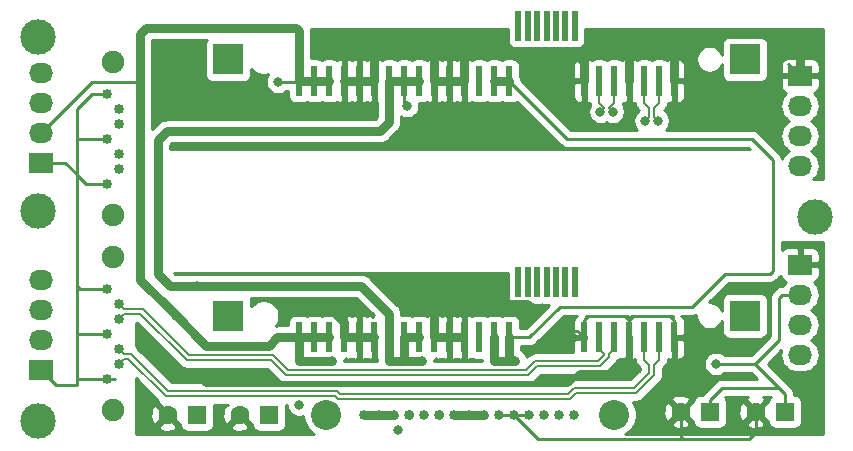
<source format=gbr>
%TF.GenerationSoftware,KiCad,Pcbnew,(5.1.10)-1*%
%TF.CreationDate,2021-07-19T20:27:22+08:00*%
%TF.ProjectId,2.5_SAS_Backend,322e355f-5341-4535-9f42-61636b656e64,rev?*%
%TF.SameCoordinates,Original*%
%TF.FileFunction,Copper,L2,Bot*%
%TF.FilePolarity,Positive*%
%FSLAX46Y46*%
G04 Gerber Fmt 4.6, Leading zero omitted, Abs format (unit mm)*
G04 Created by KiCad (PCBNEW (5.1.10)-1) date 2021-07-19 20:27:22*
%MOMM*%
%LPD*%
G01*
G04 APERTURE LIST*
%TA.AperFunction,SMDPad,CuDef*%
%ADD10R,2.600000X2.600000*%
%TD*%
%TA.AperFunction,SMDPad,CuDef*%
%ADD11R,0.600000X2.530000*%
%TD*%
%TA.AperFunction,SMDPad,CuDef*%
%ADD12R,0.500000X2.530000*%
%TD*%
%TA.AperFunction,WasherPad*%
%ADD13C,1.900000*%
%TD*%
%TA.AperFunction,ComponentPad*%
%ADD14C,0.850000*%
%TD*%
%TA.AperFunction,ComponentPad*%
%ADD15C,0.840000*%
%TD*%
%TA.AperFunction,WasherPad*%
%ADD16C,2.540000*%
%TD*%
%TA.AperFunction,ComponentPad*%
%ADD17C,1.600000*%
%TD*%
%TA.AperFunction,ComponentPad*%
%ADD18R,1.600000X1.600000*%
%TD*%
%TA.AperFunction,ComponentPad*%
%ADD19R,2.030000X1.730000*%
%TD*%
%TA.AperFunction,ComponentPad*%
%ADD20O,2.030000X1.730000*%
%TD*%
%TA.AperFunction,ViaPad*%
%ADD21C,3.000000*%
%TD*%
%TA.AperFunction,ViaPad*%
%ADD22C,0.800000*%
%TD*%
%TA.AperFunction,Conductor*%
%ADD23C,0.750000*%
%TD*%
%TA.AperFunction,Conductor*%
%ADD24C,0.250000*%
%TD*%
%TA.AperFunction,Conductor*%
%ADD25C,0.500000*%
%TD*%
%TA.AperFunction,Conductor*%
%ADD26C,0.200000*%
%TD*%
%TA.AperFunction,Conductor*%
%ADD27C,0.254000*%
%TD*%
%TA.AperFunction,Conductor*%
%ADD28C,0.100000*%
%TD*%
G04 APERTURE END LIST*
D10*
%TO.P,U1,*%
%TO.N,*%
X93630000Y-34163000D03*
X49880000Y-34163000D03*
D11*
%TO.P,U1,1*%
%TO.N,GND*%
X87630000Y-35993000D03*
%TO.P,U1,2*%
%TO.N,/S1_TXD_P*%
X86360000Y-35993000D03*
%TO.P,U1,3*%
%TO.N,/S1_TXD_N*%
X85090000Y-35993000D03*
%TO.P,U1,4*%
%TO.N,GND*%
X83820000Y-35993000D03*
%TO.P,U1,5*%
%TO.N,/S1_RXD_N*%
X82550000Y-35993000D03*
%TO.P,U1,6*%
%TO.N,/S1_RXD_P*%
X81280000Y-35993000D03*
%TO.P,U1,7*%
%TO.N,GND*%
X80010000Y-35993000D03*
D12*
%TO.P,U1,8*%
%TO.N,N/C*%
X79235000Y-31323000D03*
%TO.P,U1,9*%
X78435000Y-31323000D03*
%TO.P,U1,10*%
X77635000Y-31323000D03*
%TO.P,U1,11*%
X76835000Y-31323000D03*
%TO.P,U1,12*%
X76035000Y-31323000D03*
%TO.P,U1,13*%
X75235000Y-31323000D03*
%TO.P,U1,14*%
X74435000Y-31323000D03*
D11*
%TO.P,U1,15*%
%TO.N,+3V3*%
X73660000Y-35993000D03*
%TO.P,U1,16*%
X72390000Y-35993000D03*
%TO.P,U1,17*%
%TO.N,N/C*%
X71120000Y-35993000D03*
%TO.P,U1,18*%
%TO.N,GND*%
X69850000Y-35993000D03*
%TO.P,U1,19*%
X68580000Y-35993000D03*
%TO.P,U1,20*%
X67310000Y-35993000D03*
%TO.P,U1,21*%
%TO.N,+5V*%
X66040000Y-35993000D03*
%TO.P,U1,22*%
X64770000Y-35993000D03*
%TO.P,U1,23*%
X63500000Y-35993000D03*
%TO.P,U1,24*%
%TO.N,GND*%
X62230000Y-35993000D03*
%TO.P,U1,25*%
X60960000Y-35993000D03*
%TO.P,U1,26*%
X59690000Y-35993000D03*
%TO.P,U1,27*%
%TO.N,+12V*%
X58420000Y-35993000D03*
%TO.P,U1,28*%
X57150000Y-35993000D03*
%TO.P,U1,29*%
X55880000Y-35993000D03*
%TD*%
D13*
%TO.P,U5,*%
%TO.N,*%
X40132000Y-63874000D03*
X40132000Y-50934000D03*
D14*
%TO.P,U5,1*%
%TO.N,GND*%
X39632000Y-61214000D03*
%TO.P,U5,2*%
%TO.N,/S2_TXD_P*%
X40632000Y-59944000D03*
%TO.P,U5,3*%
%TO.N,/S2_TXD_N*%
X40632000Y-58674000D03*
%TO.P,U5,4*%
%TO.N,GND*%
X39632000Y-57404000D03*
%TO.P,U5,5*%
%TO.N,/S2_RXD_N*%
X40632000Y-56134000D03*
%TO.P,U5,6*%
%TO.N,/S2_RXD_P*%
X40632000Y-54864000D03*
%TO.P,U5,7*%
%TO.N,GND*%
X39632000Y-53594000D03*
%TD*%
D13*
%TO.P,U3,*%
%TO.N,*%
X40132000Y-47364000D03*
X40132000Y-34424000D03*
D14*
%TO.P,U3,1*%
%TO.N,GND*%
X39632000Y-44704000D03*
%TO.P,U3,2*%
%TO.N,/S1_TXD_P*%
X40632000Y-43434000D03*
%TO.P,U3,3*%
%TO.N,/S1_TXD_N*%
X40632000Y-42164000D03*
%TO.P,U3,4*%
%TO.N,GND*%
X39632000Y-40894000D03*
%TO.P,U3,5*%
%TO.N,/S1_RXD_N*%
X40632000Y-39624000D03*
%TO.P,U3,6*%
%TO.N,/S1_RXD_P*%
X40632000Y-38354000D03*
%TO.P,U3,7*%
%TO.N,GND*%
X39632000Y-37084000D03*
%TD*%
D10*
%TO.P,U4,*%
%TO.N,*%
X93630000Y-55880000D03*
X49880000Y-55880000D03*
D11*
%TO.P,U4,1*%
%TO.N,GND*%
X87630000Y-57710000D03*
%TO.P,U4,2*%
%TO.N,/S2_TXD_P*%
X86360000Y-57710000D03*
%TO.P,U4,3*%
%TO.N,/S2_TXD_N*%
X85090000Y-57710000D03*
%TO.P,U4,4*%
%TO.N,GND*%
X83820000Y-57710000D03*
%TO.P,U4,5*%
%TO.N,/S2_RXD_N*%
X82550000Y-57710000D03*
%TO.P,U4,6*%
%TO.N,/S2_RXD_P*%
X81280000Y-57710000D03*
%TO.P,U4,7*%
%TO.N,GND*%
X80010000Y-57710000D03*
D12*
%TO.P,U4,8*%
%TO.N,N/C*%
X79235000Y-53040000D03*
%TO.P,U4,9*%
X78435000Y-53040000D03*
%TO.P,U4,10*%
X77635000Y-53040000D03*
%TO.P,U4,11*%
X76835000Y-53040000D03*
%TO.P,U4,12*%
X76035000Y-53040000D03*
%TO.P,U4,13*%
X75235000Y-53040000D03*
%TO.P,U4,14*%
X74435000Y-53040000D03*
D11*
%TO.P,U4,15*%
%TO.N,+3V3*%
X73660000Y-57710000D03*
%TO.P,U4,16*%
X72390000Y-57710000D03*
%TO.P,U4,17*%
%TO.N,N/C*%
X71120000Y-57710000D03*
%TO.P,U4,18*%
%TO.N,GND*%
X69850000Y-57710000D03*
%TO.P,U4,19*%
X68580000Y-57710000D03*
%TO.P,U4,20*%
X67310000Y-57710000D03*
%TO.P,U4,21*%
%TO.N,+5V*%
X66040000Y-57710000D03*
%TO.P,U4,22*%
X64770000Y-57710000D03*
%TO.P,U4,23*%
X63500000Y-57710000D03*
%TO.P,U4,24*%
%TO.N,GND*%
X62230000Y-57710000D03*
%TO.P,U4,25*%
X60960000Y-57710000D03*
%TO.P,U4,26*%
X59690000Y-57710000D03*
%TO.P,U4,27*%
%TO.N,+12V*%
X58420000Y-57710000D03*
%TO.P,U4,28*%
X57150000Y-57710000D03*
%TO.P,U4,29*%
X55880000Y-57710000D03*
%TD*%
D15*
%TO.P,U2,14*%
%TO.N,Net-(F1-Pad2)*%
X62680000Y-64262000D03*
%TO.P,U2,13*%
X63950000Y-64262000D03*
%TO.P,U2,15*%
X61410000Y-64262000D03*
%TO.P,U2,10*%
%TO.N,GND*%
X67760000Y-64262000D03*
%TO.P,U2,12*%
X65220000Y-64262000D03*
%TO.P,U2,11*%
%TO.N,N/C*%
X66490000Y-64262000D03*
%TO.P,U2,9*%
%TO.N,Net-(F2-Pad2)*%
X69030000Y-64262000D03*
%TO.P,U2,8*%
X70300000Y-64262000D03*
%TO.P,U2,7*%
X71570000Y-64262000D03*
%TO.P,U2,6*%
%TO.N,GND*%
X72840000Y-64262000D03*
%TO.P,U2,5*%
X74110000Y-64262000D03*
%TO.P,U2,4*%
X75380000Y-64262000D03*
%TO.P,U2,3*%
%TO.N,N/C*%
X76650000Y-64262000D03*
%TO.P,U2,2*%
%TO.N,+3V3*%
X77920000Y-64262000D03*
%TO.P,U2,1*%
X79190000Y-64262000D03*
D16*
%TO.P,U2,*%
%TO.N,*%
X58140600Y-64262000D03*
X82550000Y-64262000D03*
%TD*%
D17*
%TO.P,5V_C2,2*%
%TO.N,GND*%
X88178000Y-64008000D03*
D18*
%TO.P,5V_C2,1*%
%TO.N,+5V*%
X90678000Y-64008000D03*
%TD*%
D17*
%TO.P,12V_C3,2*%
%TO.N,GND*%
X44744000Y-64262000D03*
D18*
%TO.P,12V_C3,1*%
%TO.N,+12V*%
X47244000Y-64262000D03*
%TD*%
D17*
%TO.P,12V_C4,2*%
%TO.N,GND*%
X50840000Y-64262000D03*
D18*
%TO.P,12V_C4,1*%
%TO.N,+12V*%
X53340000Y-64262000D03*
%TD*%
D19*
%TO.P,M1,1*%
%TO.N,GND*%
X98298000Y-51562000D03*
D20*
%TO.P,M1,2*%
%TO.N,+5V*%
X98298000Y-54102000D03*
%TO.P,M1,3*%
%TO.N,N/C*%
X98298000Y-56642000D03*
%TO.P,M1,4*%
X98298000Y-59182000D03*
%TD*%
D19*
%TO.P,M2,1*%
%TO.N,GND*%
X98298000Y-35560000D03*
D20*
%TO.P,M2,2*%
%TO.N,+5V*%
X98298000Y-38100000D03*
%TO.P,M2,3*%
%TO.N,N/C*%
X98298000Y-40640000D03*
%TO.P,M2,4*%
X98298000Y-43180000D03*
%TD*%
D19*
%TO.P,M3,1*%
%TO.N,GND*%
X34036000Y-42926000D03*
D20*
%TO.P,M3,2*%
%TO.N,+12V*%
X34036000Y-40386000D03*
%TO.P,M3,3*%
%TO.N,N/C*%
X34036000Y-37846000D03*
%TO.P,M3,4*%
X34036000Y-35306000D03*
%TD*%
D19*
%TO.P,M4,1*%
%TO.N,GND*%
X34036000Y-60452000D03*
D20*
%TO.P,M4,2*%
%TO.N,+12V*%
X34036000Y-57912000D03*
%TO.P,M4,3*%
%TO.N,N/C*%
X34036000Y-55372000D03*
%TO.P,M4,4*%
X34036000Y-52832000D03*
%TD*%
D17*
%TO.P,5V_C1,2*%
%TO.N,GND*%
X94528000Y-64008000D03*
D18*
%TO.P,5V_C1,1*%
%TO.N,+5V*%
X97028000Y-64008000D03*
%TD*%
D21*
%TO.N,*%
X33782000Y-64770000D03*
X99568000Y-47498000D03*
X33782000Y-46990000D03*
X33782000Y-32258000D03*
D22*
%TO.N,+12V*%
X58674000Y-59690000D03*
X54102000Y-36068000D03*
X55880000Y-63391999D03*
%TO.N,GND*%
X58420000Y-55118000D03*
X65532000Y-53848000D03*
X77724000Y-57150000D03*
X47244000Y-60960000D03*
X67310000Y-40640000D03*
X75438000Y-55118000D03*
%TO.N,+5V*%
X66294000Y-59690000D03*
X64262000Y-65532000D03*
X91186000Y-59944000D03*
X65024000Y-38100000D03*
X47244000Y-53340000D03*
%TO.N,+3V3*%
X74168000Y-59690000D03*
%TO.N,/S1_TXD_P*%
X86250000Y-39370000D03*
%TO.N,/S1_TXD_N*%
X85200000Y-39370000D03*
%TO.N,/S1_RXD_N*%
X82440000Y-38608000D03*
%TO.N,/S1_RXD_P*%
X81390000Y-38608000D03*
%TD*%
D23*
%TO.N,+12V*%
X57150000Y-35993000D02*
X58420000Y-35993000D01*
X45085000Y-55499000D02*
X42418000Y-52832000D01*
D24*
X38354000Y-36068000D02*
X42164000Y-36068000D01*
D23*
X55880000Y-57710000D02*
X54050000Y-57710000D01*
D24*
X33782000Y-40386000D02*
X34036000Y-40386000D01*
D23*
X57150000Y-57710000D02*
X58420000Y-57710000D01*
X48006000Y-58420000D02*
X45085000Y-55499000D01*
X55880000Y-35993000D02*
X57150000Y-35993000D01*
X55880000Y-57710000D02*
X57150000Y-57710000D01*
X45468808Y-55882808D02*
X45085000Y-55499000D01*
X55880000Y-59690000D02*
X55880000Y-57710000D01*
X58674000Y-59690000D02*
X55880000Y-59690000D01*
D24*
X34036000Y-40386000D02*
X38354000Y-36068000D01*
D23*
X54050000Y-57710000D02*
X53340000Y-58420000D01*
X53340000Y-58420000D02*
X48006000Y-58420000D01*
D24*
X33782000Y-57912000D02*
X34036000Y-57912000D01*
X42164000Y-36068000D02*
X42418000Y-36322000D01*
D23*
X42418000Y-52832000D02*
X42418000Y-36322000D01*
D24*
X55805000Y-36068000D02*
X55880000Y-35993000D01*
X54102000Y-36068000D02*
X55805000Y-36068000D01*
D23*
X55880000Y-33978000D02*
X55880000Y-35993000D01*
X55880000Y-31750000D02*
X55880000Y-33978000D01*
X55626000Y-31496000D02*
X55880000Y-31750000D01*
X42926000Y-31496000D02*
X55626000Y-31496000D01*
X42418000Y-32004000D02*
X42926000Y-31496000D01*
X42418000Y-36322000D02*
X42418000Y-32004000D01*
%TO.N,GND*%
X67310000Y-55626000D02*
X65532000Y-53848000D01*
X69850000Y-35993000D02*
X69850000Y-34036000D01*
X60960000Y-35993000D02*
X62230000Y-35993000D01*
X67760000Y-64162998D02*
X67760000Y-64262000D01*
D24*
X72840000Y-64262000D02*
X72840000Y-64574000D01*
D23*
X83624000Y-33782000D02*
X87757000Y-33782000D01*
X67310000Y-35993000D02*
X68580000Y-35993000D01*
X80206000Y-33782000D02*
X83624000Y-33782000D01*
X83624000Y-33782000D02*
X83820000Y-33978000D01*
X67310000Y-57710000D02*
X67310000Y-55626000D01*
X83820000Y-33978000D02*
X83820000Y-35993000D01*
X62230000Y-33655000D02*
X62865000Y-33020000D01*
X66352000Y-33020000D02*
X67310000Y-33978000D01*
X59690000Y-57710000D02*
X59690000Y-56388000D01*
X67310000Y-33978000D02*
X67310000Y-35993000D01*
X80010000Y-34417000D02*
X80010000Y-35993000D01*
X69850000Y-34036000D02*
X70231000Y-33655000D01*
X62230000Y-35993000D02*
X62230000Y-33655000D01*
X68580000Y-35993000D02*
X69850000Y-35993000D01*
X59690000Y-35993000D02*
X60960000Y-35993000D01*
X65220000Y-64262000D02*
X65220000Y-64162998D01*
D24*
X77724000Y-57150000D02*
X79450000Y-57150000D01*
X79450000Y-57150000D02*
X80010000Y-57710000D01*
X37084000Y-43942000D02*
X37084000Y-53340000D01*
D23*
X59690000Y-56388000D02*
X58420000Y-55118000D01*
D24*
X69544000Y-57710000D02*
X69850000Y-57710000D01*
D23*
X67310000Y-57710000D02*
X68580000Y-57710000D01*
X60960000Y-57710000D02*
X62230000Y-57710000D01*
X68580000Y-57710000D02*
X69544000Y-57710000D01*
X80010000Y-33978000D02*
X80206000Y-33782000D01*
D24*
X97282000Y-34544000D02*
X98298000Y-35560000D01*
D23*
X59690000Y-57710000D02*
X60960000Y-57710000D01*
X80010000Y-35993000D02*
X80010000Y-33978000D01*
X79248000Y-33655000D02*
X80010000Y-34417000D01*
X62865000Y-33020000D02*
X66352000Y-33020000D01*
X70231000Y-33655000D02*
X79248000Y-33655000D01*
D24*
X74110000Y-64262000D02*
X75380000Y-64262000D01*
X84135000Y-55880000D02*
X87315000Y-55880000D01*
X87315000Y-55880000D02*
X87630000Y-56195000D01*
X83820000Y-56195000D02*
X83820000Y-57710000D01*
X87630000Y-56195000D02*
X87630000Y-57710000D01*
X83820000Y-56195000D02*
X84135000Y-55880000D01*
X72840000Y-64262000D02*
X74110000Y-64262000D01*
X80325000Y-55880000D02*
X83505000Y-55880000D01*
X83505000Y-55880000D02*
X83820000Y-56195000D01*
X80010000Y-57710000D02*
X80010000Y-56195000D01*
X80010000Y-56195000D02*
X80325000Y-55880000D01*
X34036000Y-42926000D02*
X36068000Y-42926000D01*
X35306000Y-61722000D02*
X34036000Y-60452000D01*
X37084000Y-61722000D02*
X35306000Y-61722000D01*
D23*
X87630000Y-35993000D02*
X87630000Y-33782000D01*
D24*
X36957000Y-43815000D02*
X37084000Y-43942000D01*
X37084000Y-53340000D02*
X37084000Y-55626000D01*
X36068000Y-42926000D02*
X36957000Y-43815000D01*
D23*
X98298000Y-32893000D02*
X98298000Y-35560000D01*
D24*
X37084000Y-55626000D02*
X37084000Y-57404000D01*
X37084000Y-57404000D02*
X37084000Y-57912000D01*
X37204000Y-53460000D02*
X37084000Y-53340000D01*
X37084000Y-61468000D02*
X37084000Y-61722000D01*
X39632000Y-61214000D02*
X40274000Y-61214000D01*
X39632000Y-57404000D02*
X37084000Y-57404000D01*
X37338000Y-53594000D02*
X37204000Y-53460000D01*
X39632000Y-53594000D02*
X37338000Y-53594000D01*
X38354000Y-37084000D02*
X39632000Y-37084000D01*
X37084000Y-38354000D02*
X38354000Y-37084000D01*
X39632000Y-40894000D02*
X37084000Y-40894000D01*
X37084000Y-40894000D02*
X37084000Y-38354000D01*
X37084000Y-43942000D02*
X37084000Y-40894000D01*
X37846000Y-44704000D02*
X37084000Y-43942000D01*
X39632000Y-44704000D02*
X37846000Y-44704000D01*
X39632000Y-61214000D02*
X37084000Y-61214000D01*
X37084000Y-61214000D02*
X37084000Y-61468000D01*
X37084000Y-57912000D02*
X37084000Y-61214000D01*
X67310000Y-35993000D02*
X67310000Y-40132000D01*
X67310000Y-40132000D02*
X67310000Y-40640000D01*
D25*
X83820000Y-59475000D02*
X83820000Y-57710000D01*
X82575990Y-60719010D02*
X83820000Y-59475000D01*
X79662959Y-60719010D02*
X82575990Y-60719010D01*
X78689970Y-61691999D02*
X79662959Y-60719010D01*
X47975999Y-61691999D02*
X78689970Y-61691999D01*
X47244000Y-60960000D02*
X47975999Y-61691999D01*
D23*
X98298000Y-32893000D02*
X98171000Y-32893000D01*
X98171000Y-32893000D02*
X97282000Y-32004000D01*
X89408000Y-32004000D02*
X87630000Y-33782000D01*
X97282000Y-32004000D02*
X89408000Y-32004000D01*
D24*
X94528000Y-64008000D02*
X94528000Y-65746000D01*
X94528000Y-65746000D02*
X93980000Y-66294000D01*
X93980000Y-66294000D02*
X88392000Y-66294000D01*
X88178000Y-66080000D02*
X88178000Y-64008000D01*
X88392000Y-66294000D02*
X88178000Y-66080000D01*
X76142000Y-66294000D02*
X74110000Y-64262000D01*
X88392000Y-66294000D02*
X76142000Y-66294000D01*
D23*
X75200001Y-54880001D02*
X75438000Y-55118000D01*
X66564001Y-54880001D02*
X75200001Y-54880001D01*
X65532000Y-53848000D02*
X66564001Y-54880001D01*
%TO.N,+5V*%
X63500000Y-39497000D02*
X63500000Y-35993000D01*
X63500000Y-57710000D02*
X63500000Y-55695000D01*
X44704000Y-40259000D02*
X62738000Y-40259000D01*
X61145000Y-53340000D02*
X47244000Y-53340000D01*
X44958000Y-53340000D02*
X43942000Y-52324000D01*
X64770000Y-35993000D02*
X66040000Y-35993000D01*
X43942000Y-52324000D02*
X43942000Y-41021000D01*
X43942000Y-41021000D02*
X44704000Y-40259000D01*
X62738000Y-40259000D02*
X63500000Y-39497000D01*
X63500000Y-55695000D02*
X61145000Y-53340000D01*
X64770000Y-57710000D02*
X66040000Y-57710000D01*
X66294000Y-59690000D02*
X64770000Y-59690000D01*
X63500000Y-35993000D02*
X64770000Y-35993000D01*
X63500000Y-57710000D02*
X63500000Y-59690000D01*
D24*
X98298000Y-38100000D02*
X97790000Y-38100000D01*
D23*
X64770000Y-59690000D02*
X63500000Y-59690000D01*
X64770000Y-59690000D02*
X64770000Y-57710000D01*
D24*
X98298000Y-54102000D02*
X97536000Y-54102000D01*
X96774000Y-54102000D02*
X98298000Y-54102000D01*
X96520000Y-54356000D02*
X96774000Y-54102000D01*
X96520000Y-57912000D02*
X96520000Y-54356000D01*
X94488000Y-59944000D02*
X96520000Y-57912000D01*
X91186000Y-59944000D02*
X94488000Y-59944000D01*
X64770000Y-37846000D02*
X65024000Y-38100000D01*
X64770000Y-35993000D02*
X64770000Y-37846000D01*
X97028000Y-64008000D02*
X97028000Y-62484000D01*
X90678000Y-64008000D02*
X90678000Y-64516000D01*
X90678000Y-64008000D02*
X90678000Y-62992000D01*
X91694000Y-61976000D02*
X96520000Y-61976000D01*
X90678000Y-62992000D02*
X91694000Y-61976000D01*
X96520000Y-61976000D02*
X94488000Y-59944000D01*
X97028000Y-62484000D02*
X96520000Y-61976000D01*
D23*
X47244000Y-53340000D02*
X44958000Y-53340000D01*
D24*
%TO.N,+3V3*%
X96012000Y-42672000D02*
X94234000Y-40894000D01*
D23*
X72390000Y-35993000D02*
X73660000Y-35993000D01*
X73660000Y-57710000D02*
X73660000Y-57658000D01*
D24*
X75386000Y-57710000D02*
X77978000Y-55118000D01*
X77978000Y-55118000D02*
X89154000Y-55118000D01*
X78561000Y-40894000D02*
X73660000Y-35993000D01*
X91948000Y-52324000D02*
X95758000Y-52324000D01*
D23*
X74168000Y-59690000D02*
X73660000Y-59690000D01*
D24*
X95758000Y-52324000D02*
X96012000Y-52070000D01*
X89154000Y-55118000D02*
X91948000Y-52324000D01*
D23*
X73660000Y-59690000D02*
X73660000Y-57710000D01*
D24*
X73660000Y-57710000D02*
X75386000Y-57710000D01*
X94234000Y-40894000D02*
X78561000Y-40894000D01*
D23*
X72390000Y-59690000D02*
X72390000Y-57710000D01*
D24*
X96012000Y-52070000D02*
X96012000Y-42672000D01*
D23*
X73660000Y-59690000D02*
X72390000Y-59690000D01*
D26*
%TO.N,/S1_TXD_P*%
X86360000Y-35993000D02*
X86360000Y-36958000D01*
X85950000Y-39070000D02*
X86250000Y-39370000D01*
X85950000Y-38300501D02*
X85950000Y-39070000D01*
X86360000Y-37890501D02*
X85950000Y-38300501D01*
X86360000Y-35993000D02*
X86360000Y-37890501D01*
%TO.N,/S1_TXD_N*%
X85090000Y-35993000D02*
X85090000Y-36958000D01*
X85500000Y-39070000D02*
X85200000Y-39370000D01*
X85500000Y-38300501D02*
X85500000Y-39070000D01*
X85090000Y-37890501D02*
X85500000Y-38300501D01*
X85090000Y-35993000D02*
X85090000Y-37890501D01*
%TO.N,/S1_RXD_N*%
X82550000Y-35993000D02*
X82550000Y-36958000D01*
X82550000Y-35993000D02*
X82550000Y-37890501D01*
X82140000Y-38300501D02*
X82140000Y-38308000D01*
X82140000Y-38308000D02*
X82440000Y-38608000D01*
X82550000Y-37890501D02*
X82140000Y-38300501D01*
%TO.N,/S1_RXD_P*%
X81280000Y-35993000D02*
X81280000Y-36958000D01*
X81690000Y-38308000D02*
X81390000Y-38608000D01*
X81690000Y-38300501D02*
X81690000Y-38308000D01*
X81280000Y-37890501D02*
X81690000Y-38300501D01*
X81280000Y-35993000D02*
X81280000Y-37890501D01*
%TO.N,/S2_TXD_P*%
X41042000Y-59534000D02*
X40632000Y-59944000D01*
X41435800Y-59534000D02*
X41042000Y-59534000D01*
X78833200Y-62963000D02*
X59165202Y-62963000D01*
X86360000Y-59607501D02*
X85950000Y-60017501D01*
X84421200Y-62455000D02*
X79341200Y-62455000D01*
X85950000Y-60017501D02*
X85950000Y-60926200D01*
X85950000Y-60926200D02*
X84421200Y-62455000D01*
X79341200Y-62455000D02*
X78833200Y-62963000D01*
X59165202Y-62963000D02*
X58894201Y-62691999D01*
X58894201Y-62691999D02*
X44593799Y-62691999D01*
X86360000Y-57710000D02*
X86360000Y-59607501D01*
X44593799Y-62691999D02*
X41435800Y-59534000D01*
%TO.N,/S2_TXD_N*%
X41622200Y-59084000D02*
X41042000Y-59084000D01*
X59080593Y-62242008D02*
X44780208Y-62242008D01*
X59351584Y-62513000D02*
X59080593Y-62242008D01*
X78646800Y-62513000D02*
X59351584Y-62513000D01*
X84234800Y-62005000D02*
X79154800Y-62005000D01*
X85500000Y-60017501D02*
X85500000Y-60739800D01*
X85090000Y-59607501D02*
X85500000Y-60017501D01*
X79154800Y-62005000D02*
X78646800Y-62513000D01*
X85090000Y-57710000D02*
X85090000Y-59607501D01*
X44780208Y-62242008D02*
X41622200Y-59084000D01*
X85500000Y-60739800D02*
X84234800Y-62005000D01*
X41042000Y-59084000D02*
X40632000Y-58674000D01*
%TO.N,/S2_RXD_N*%
X54770800Y-60931000D02*
X53500800Y-59661000D01*
X53500800Y-59661000D02*
X46388800Y-59661000D01*
X82550000Y-57710000D02*
X82550000Y-58675000D01*
X42451800Y-55724000D02*
X41042000Y-55724000D01*
X41042000Y-55724000D02*
X40632000Y-56134000D01*
X46388800Y-59661000D02*
X42451800Y-55724000D01*
X82550000Y-58675000D02*
X82140000Y-59085000D01*
X82140000Y-59085000D02*
X82140000Y-59402353D01*
X82140000Y-59402353D02*
X81373353Y-60169000D01*
X81373353Y-60169000D02*
X76039200Y-60169000D01*
X75277200Y-60931000D02*
X54770800Y-60931000D01*
X76039200Y-60169000D02*
X75277200Y-60931000D01*
%TO.N,/S2_RXD_P*%
X53687200Y-59211000D02*
X46575200Y-59211000D01*
X81280000Y-57710000D02*
X81280000Y-58675000D01*
X54957200Y-60481000D02*
X53687200Y-59211000D01*
X41042000Y-55274000D02*
X40632000Y-54864000D01*
X42638200Y-55274000D02*
X41042000Y-55274000D01*
X46575200Y-59211000D02*
X42638200Y-55274000D01*
X81280000Y-58675000D02*
X81690000Y-59085000D01*
X81690000Y-59085000D02*
X81690000Y-59215953D01*
X81690000Y-59215953D02*
X81186953Y-59719000D01*
X81186953Y-59719000D02*
X75852800Y-59719000D01*
X75090800Y-60481000D02*
X54957200Y-60481000D01*
X75852800Y-59719000D02*
X75090800Y-60481000D01*
D23*
%TO.N,Net-(F1-Pad2)*%
X62680000Y-64262000D02*
X63950000Y-64262000D01*
X61410000Y-64262000D02*
X62680000Y-64262000D01*
%TO.N,Net-(F2-Pad2)*%
X69030000Y-64262000D02*
X70300000Y-64262000D01*
X70300000Y-64262000D02*
X71570000Y-64262000D01*
%TD*%
D27*
%TO.N,GND*%
X100203000Y-65913000D02*
X83508013Y-65913000D01*
X83764366Y-65741710D01*
X84029710Y-65476366D01*
X84238189Y-65164356D01*
X84305976Y-65000702D01*
X87364903Y-65000702D01*
X87436486Y-65244671D01*
X87691996Y-65365571D01*
X87966184Y-65434300D01*
X88248512Y-65448217D01*
X88528130Y-65406787D01*
X88794292Y-65311603D01*
X88919514Y-65244671D01*
X88991097Y-65000702D01*
X88178000Y-64187605D01*
X87364903Y-65000702D01*
X84305976Y-65000702D01*
X84381791Y-64817668D01*
X84455000Y-64449626D01*
X84455000Y-64078512D01*
X86737783Y-64078512D01*
X86779213Y-64358130D01*
X86874397Y-64624292D01*
X86941329Y-64749514D01*
X87185298Y-64821097D01*
X87998395Y-64008000D01*
X87185298Y-63194903D01*
X86941329Y-63266486D01*
X86820429Y-63521996D01*
X86751700Y-63796184D01*
X86737783Y-64078512D01*
X84455000Y-64078512D01*
X84455000Y-64074374D01*
X84381791Y-63706332D01*
X84238189Y-63359644D01*
X84124836Y-63190000D01*
X84385095Y-63190000D01*
X84421200Y-63193556D01*
X84457305Y-63190000D01*
X84565285Y-63179365D01*
X84703833Y-63137337D01*
X84831520Y-63069087D01*
X84897061Y-63015298D01*
X87364903Y-63015298D01*
X88178000Y-63828395D01*
X88991097Y-63015298D01*
X88919514Y-62771329D01*
X88664004Y-62650429D01*
X88389816Y-62581700D01*
X88107488Y-62567783D01*
X87827870Y-62609213D01*
X87561708Y-62704397D01*
X87436486Y-62771329D01*
X87364903Y-63015298D01*
X84897061Y-63015298D01*
X84943438Y-62977238D01*
X84966458Y-62949188D01*
X86444193Y-61471454D01*
X86472238Y-61448438D01*
X86564087Y-61336520D01*
X86601543Y-61266445D01*
X86632337Y-61208834D01*
X86674365Y-61070285D01*
X86688556Y-60926200D01*
X86685000Y-60890095D01*
X86685000Y-60321947D01*
X86854187Y-60152760D01*
X86882238Y-60129739D01*
X86974087Y-60017821D01*
X87018161Y-59935365D01*
X87042337Y-59890135D01*
X87084365Y-59751586D01*
X87098556Y-59607501D01*
X87095000Y-59571396D01*
X87095000Y-59567287D01*
X87205518Y-59600812D01*
X87330000Y-59613072D01*
X87344250Y-59610000D01*
X87503000Y-59451250D01*
X87503000Y-57837000D01*
X87757000Y-57837000D01*
X87757000Y-59451250D01*
X87915750Y-59610000D01*
X87930000Y-59613072D01*
X88054482Y-59600812D01*
X88174180Y-59564502D01*
X88284494Y-59505537D01*
X88381185Y-59426185D01*
X88460537Y-59329494D01*
X88519502Y-59219180D01*
X88555812Y-59099482D01*
X88568072Y-58975000D01*
X88565000Y-57995750D01*
X88406250Y-57837000D01*
X87757000Y-57837000D01*
X87503000Y-57837000D01*
X87483000Y-57837000D01*
X87483000Y-57583000D01*
X87503000Y-57583000D01*
X87503000Y-57563000D01*
X87757000Y-57563000D01*
X87757000Y-57583000D01*
X88406250Y-57583000D01*
X88565000Y-57424250D01*
X88568072Y-56445000D01*
X88555812Y-56320518D01*
X88519502Y-56200820D01*
X88460537Y-56090506D01*
X88381185Y-55993815D01*
X88284494Y-55914463D01*
X88216278Y-55878000D01*
X89116678Y-55878000D01*
X89154000Y-55881676D01*
X89191322Y-55878000D01*
X89191333Y-55878000D01*
X89302986Y-55867003D01*
X89446247Y-55823546D01*
X89495000Y-55797487D01*
X89495000Y-55991788D01*
X89538617Y-56211067D01*
X89624176Y-56417624D01*
X89748388Y-56603520D01*
X89906480Y-56761612D01*
X90092376Y-56885824D01*
X90298933Y-56971383D01*
X90518212Y-57015000D01*
X90741788Y-57015000D01*
X90961067Y-56971383D01*
X91167624Y-56885824D01*
X91353520Y-56761612D01*
X91511612Y-56603520D01*
X91635824Y-56417624D01*
X91691928Y-56282177D01*
X91691928Y-57180000D01*
X91704188Y-57304482D01*
X91740498Y-57424180D01*
X91799463Y-57534494D01*
X91878815Y-57631185D01*
X91975506Y-57710537D01*
X92085820Y-57769502D01*
X92205518Y-57805812D01*
X92330000Y-57818072D01*
X94930000Y-57818072D01*
X95054482Y-57805812D01*
X95174180Y-57769502D01*
X95284494Y-57710537D01*
X95381185Y-57631185D01*
X95460537Y-57534494D01*
X95519502Y-57424180D01*
X95555812Y-57304482D01*
X95568072Y-57180000D01*
X95568072Y-54580000D01*
X95555812Y-54455518D01*
X95519502Y-54335820D01*
X95460537Y-54225506D01*
X95381185Y-54128815D01*
X95284494Y-54049463D01*
X95174180Y-53990498D01*
X95054482Y-53954188D01*
X94930000Y-53941928D01*
X92330000Y-53941928D01*
X92205518Y-53954188D01*
X92085820Y-53990498D01*
X91975506Y-54049463D01*
X91878815Y-54128815D01*
X91799463Y-54225506D01*
X91740498Y-54335820D01*
X91704188Y-54455518D01*
X91691928Y-54580000D01*
X91691928Y-55477823D01*
X91635824Y-55342376D01*
X91511612Y-55156480D01*
X91353520Y-54998388D01*
X91167624Y-54874176D01*
X90961067Y-54788617D01*
X90741788Y-54745000D01*
X90601801Y-54745000D01*
X92262802Y-53084000D01*
X95720678Y-53084000D01*
X95758000Y-53087676D01*
X95795322Y-53084000D01*
X95795333Y-53084000D01*
X95906986Y-53073003D01*
X96050247Y-53029546D01*
X96182276Y-52958974D01*
X96298001Y-52864001D01*
X96321804Y-52834997D01*
X96522998Y-52633803D01*
X96552001Y-52610001D01*
X96646974Y-52494276D01*
X96650841Y-52487041D01*
X96657188Y-52551482D01*
X96693498Y-52671180D01*
X96752463Y-52781494D01*
X96831815Y-52878185D01*
X96928506Y-52957537D01*
X97038820Y-53016502D01*
X97088030Y-53031430D01*
X97082208Y-53036208D01*
X96894762Y-53264613D01*
X96853398Y-53342000D01*
X96811322Y-53342000D01*
X96773999Y-53338324D01*
X96736676Y-53342000D01*
X96736667Y-53342000D01*
X96625014Y-53352997D01*
X96481753Y-53396454D01*
X96349724Y-53467026D01*
X96233999Y-53561999D01*
X96210196Y-53591003D01*
X96008998Y-53792201D01*
X95980000Y-53815999D01*
X95956202Y-53844997D01*
X95956201Y-53844998D01*
X95885026Y-53931724D01*
X95814454Y-54063754D01*
X95770998Y-54207015D01*
X95756324Y-54356000D01*
X95760001Y-54393332D01*
X95760000Y-57597198D01*
X94173199Y-59184000D01*
X91889711Y-59184000D01*
X91845774Y-59140063D01*
X91676256Y-59026795D01*
X91487898Y-58948774D01*
X91287939Y-58909000D01*
X91084061Y-58909000D01*
X90884102Y-58948774D01*
X90695744Y-59026795D01*
X90526226Y-59140063D01*
X90382063Y-59284226D01*
X90268795Y-59453744D01*
X90190774Y-59642102D01*
X90151000Y-59842061D01*
X90151000Y-60045939D01*
X90190774Y-60245898D01*
X90268795Y-60434256D01*
X90382063Y-60603774D01*
X90526226Y-60747937D01*
X90695744Y-60861205D01*
X90884102Y-60939226D01*
X91084061Y-60979000D01*
X91287939Y-60979000D01*
X91487898Y-60939226D01*
X91676256Y-60861205D01*
X91845774Y-60747937D01*
X91889711Y-60704000D01*
X94173199Y-60704000D01*
X94685199Y-61216000D01*
X91731322Y-61216000D01*
X91694000Y-61212324D01*
X91656677Y-61216000D01*
X91656667Y-61216000D01*
X91545014Y-61226997D01*
X91414969Y-61266445D01*
X91401753Y-61270454D01*
X91269723Y-61341026D01*
X91208936Y-61390913D01*
X91153999Y-61435999D01*
X91130201Y-61464997D01*
X90166998Y-62428201D01*
X90138000Y-62451999D01*
X90114202Y-62480997D01*
X90114201Y-62480998D01*
X90043026Y-62567724D01*
X90041848Y-62569928D01*
X89878000Y-62569928D01*
X89753518Y-62582188D01*
X89633820Y-62618498D01*
X89523506Y-62677463D01*
X89426815Y-62756815D01*
X89347463Y-62853506D01*
X89288498Y-62963820D01*
X89252188Y-63083518D01*
X89239928Y-63208000D01*
X89239928Y-63215215D01*
X89170702Y-63194903D01*
X88357605Y-64008000D01*
X89170702Y-64821097D01*
X89239928Y-64800785D01*
X89239928Y-64808000D01*
X89252188Y-64932482D01*
X89288498Y-65052180D01*
X89347463Y-65162494D01*
X89426815Y-65259185D01*
X89523506Y-65338537D01*
X89633820Y-65397502D01*
X89753518Y-65433812D01*
X89878000Y-65446072D01*
X91478000Y-65446072D01*
X91602482Y-65433812D01*
X91722180Y-65397502D01*
X91832494Y-65338537D01*
X91929185Y-65259185D01*
X92008537Y-65162494D01*
X92067502Y-65052180D01*
X92083117Y-65000702D01*
X93714903Y-65000702D01*
X93786486Y-65244671D01*
X94041996Y-65365571D01*
X94316184Y-65434300D01*
X94598512Y-65448217D01*
X94878130Y-65406787D01*
X95144292Y-65311603D01*
X95269514Y-65244671D01*
X95341097Y-65000702D01*
X94528000Y-64187605D01*
X93714903Y-65000702D01*
X92083117Y-65000702D01*
X92103812Y-64932482D01*
X92116072Y-64808000D01*
X92116072Y-64078512D01*
X93087783Y-64078512D01*
X93129213Y-64358130D01*
X93224397Y-64624292D01*
X93291329Y-64749514D01*
X93535298Y-64821097D01*
X94348395Y-64008000D01*
X93535298Y-63194903D01*
X93291329Y-63266486D01*
X93170429Y-63521996D01*
X93101700Y-63796184D01*
X93087783Y-64078512D01*
X92116072Y-64078512D01*
X92116072Y-63208000D01*
X92103812Y-63083518D01*
X92067502Y-62963820D01*
X92008537Y-62853506D01*
X91955690Y-62789112D01*
X92008802Y-62736000D01*
X93852582Y-62736000D01*
X93786486Y-62771329D01*
X93714903Y-63015298D01*
X94528000Y-63828395D01*
X95341097Y-63015298D01*
X95269514Y-62771329D01*
X95194850Y-62736000D01*
X95802178Y-62736000D01*
X95776815Y-62756815D01*
X95697463Y-62853506D01*
X95638498Y-62963820D01*
X95602188Y-63083518D01*
X95589928Y-63208000D01*
X95589928Y-63215215D01*
X95520702Y-63194903D01*
X94707605Y-64008000D01*
X95520702Y-64821097D01*
X95589928Y-64800785D01*
X95589928Y-64808000D01*
X95602188Y-64932482D01*
X95638498Y-65052180D01*
X95697463Y-65162494D01*
X95776815Y-65259185D01*
X95873506Y-65338537D01*
X95983820Y-65397502D01*
X96103518Y-65433812D01*
X96228000Y-65446072D01*
X97828000Y-65446072D01*
X97952482Y-65433812D01*
X98072180Y-65397502D01*
X98182494Y-65338537D01*
X98279185Y-65259185D01*
X98358537Y-65162494D01*
X98417502Y-65052180D01*
X98453812Y-64932482D01*
X98466072Y-64808000D01*
X98466072Y-63208000D01*
X98453812Y-63083518D01*
X98417502Y-62963820D01*
X98358537Y-62853506D01*
X98279185Y-62756815D01*
X98182494Y-62677463D01*
X98072180Y-62618498D01*
X97952482Y-62582188D01*
X97828000Y-62569928D01*
X97788000Y-62569928D01*
X97788000Y-62521322D01*
X97791676Y-62483999D01*
X97788000Y-62446676D01*
X97788000Y-62446667D01*
X97777003Y-62335014D01*
X97733546Y-62191753D01*
X97662974Y-62059724D01*
X97568001Y-61943999D01*
X97539002Y-61920200D01*
X97083803Y-61465002D01*
X97083799Y-61464997D01*
X97060001Y-61435999D01*
X97031003Y-61412201D01*
X95562801Y-59944000D01*
X96691848Y-58814954D01*
X96669705Y-58887949D01*
X96640743Y-59182000D01*
X96669705Y-59476051D01*
X96755476Y-59758802D01*
X96894762Y-60019387D01*
X97082208Y-60247792D01*
X97310613Y-60435238D01*
X97571198Y-60574524D01*
X97853949Y-60660295D01*
X98074320Y-60682000D01*
X98521680Y-60682000D01*
X98742051Y-60660295D01*
X99024802Y-60574524D01*
X99285387Y-60435238D01*
X99513792Y-60247792D01*
X99701238Y-60019387D01*
X99840524Y-59758802D01*
X99926295Y-59476051D01*
X99955257Y-59182000D01*
X99926295Y-58887949D01*
X99840524Y-58605198D01*
X99701238Y-58344613D01*
X99513792Y-58116208D01*
X99285387Y-57928762D01*
X99254028Y-57912000D01*
X99285387Y-57895238D01*
X99513792Y-57707792D01*
X99701238Y-57479387D01*
X99840524Y-57218802D01*
X99926295Y-56936051D01*
X99955257Y-56642000D01*
X99926295Y-56347949D01*
X99840524Y-56065198D01*
X99701238Y-55804613D01*
X99513792Y-55576208D01*
X99285387Y-55388762D01*
X99254028Y-55372000D01*
X99285387Y-55355238D01*
X99513792Y-55167792D01*
X99701238Y-54939387D01*
X99840524Y-54678802D01*
X99926295Y-54396051D01*
X99955257Y-54102000D01*
X99926295Y-53807949D01*
X99840524Y-53525198D01*
X99701238Y-53264613D01*
X99513792Y-53036208D01*
X99507970Y-53031430D01*
X99557180Y-53016502D01*
X99667494Y-52957537D01*
X99764185Y-52878185D01*
X99843537Y-52781494D01*
X99902502Y-52671180D01*
X99938812Y-52551482D01*
X99951072Y-52427000D01*
X99948000Y-51847750D01*
X99789250Y-51689000D01*
X98425000Y-51689000D01*
X98425000Y-51709000D01*
X98171000Y-51709000D01*
X98171000Y-51689000D01*
X98151000Y-51689000D01*
X98151000Y-51435000D01*
X98171000Y-51435000D01*
X98171000Y-50220750D01*
X98425000Y-50220750D01*
X98425000Y-51435000D01*
X99789250Y-51435000D01*
X99948000Y-51276250D01*
X99951072Y-50697000D01*
X99938812Y-50572518D01*
X99902502Y-50452820D01*
X99843537Y-50342506D01*
X99764185Y-50245815D01*
X99667494Y-50166463D01*
X99557180Y-50107498D01*
X99437482Y-50071188D01*
X99313000Y-50058928D01*
X98583750Y-50062000D01*
X98425000Y-50220750D01*
X98171000Y-50220750D01*
X98012250Y-50062000D01*
X97283000Y-50058928D01*
X97158518Y-50071188D01*
X97038820Y-50107498D01*
X96928506Y-50166463D01*
X96831815Y-50245815D01*
X96772000Y-50318700D01*
X96772000Y-49657000D01*
X100203000Y-49657000D01*
X100203000Y-65913000D01*
%TA.AperFunction,Conductor*%
D28*
G36*
X100203000Y-65913000D02*
G01*
X83508013Y-65913000D01*
X83764366Y-65741710D01*
X84029710Y-65476366D01*
X84238189Y-65164356D01*
X84305976Y-65000702D01*
X87364903Y-65000702D01*
X87436486Y-65244671D01*
X87691996Y-65365571D01*
X87966184Y-65434300D01*
X88248512Y-65448217D01*
X88528130Y-65406787D01*
X88794292Y-65311603D01*
X88919514Y-65244671D01*
X88991097Y-65000702D01*
X88178000Y-64187605D01*
X87364903Y-65000702D01*
X84305976Y-65000702D01*
X84381791Y-64817668D01*
X84455000Y-64449626D01*
X84455000Y-64078512D01*
X86737783Y-64078512D01*
X86779213Y-64358130D01*
X86874397Y-64624292D01*
X86941329Y-64749514D01*
X87185298Y-64821097D01*
X87998395Y-64008000D01*
X87185298Y-63194903D01*
X86941329Y-63266486D01*
X86820429Y-63521996D01*
X86751700Y-63796184D01*
X86737783Y-64078512D01*
X84455000Y-64078512D01*
X84455000Y-64074374D01*
X84381791Y-63706332D01*
X84238189Y-63359644D01*
X84124836Y-63190000D01*
X84385095Y-63190000D01*
X84421200Y-63193556D01*
X84457305Y-63190000D01*
X84565285Y-63179365D01*
X84703833Y-63137337D01*
X84831520Y-63069087D01*
X84897061Y-63015298D01*
X87364903Y-63015298D01*
X88178000Y-63828395D01*
X88991097Y-63015298D01*
X88919514Y-62771329D01*
X88664004Y-62650429D01*
X88389816Y-62581700D01*
X88107488Y-62567783D01*
X87827870Y-62609213D01*
X87561708Y-62704397D01*
X87436486Y-62771329D01*
X87364903Y-63015298D01*
X84897061Y-63015298D01*
X84943438Y-62977238D01*
X84966458Y-62949188D01*
X86444193Y-61471454D01*
X86472238Y-61448438D01*
X86564087Y-61336520D01*
X86601543Y-61266445D01*
X86632337Y-61208834D01*
X86674365Y-61070285D01*
X86688556Y-60926200D01*
X86685000Y-60890095D01*
X86685000Y-60321947D01*
X86854187Y-60152760D01*
X86882238Y-60129739D01*
X86974087Y-60017821D01*
X87018161Y-59935365D01*
X87042337Y-59890135D01*
X87084365Y-59751586D01*
X87098556Y-59607501D01*
X87095000Y-59571396D01*
X87095000Y-59567287D01*
X87205518Y-59600812D01*
X87330000Y-59613072D01*
X87344250Y-59610000D01*
X87503000Y-59451250D01*
X87503000Y-57837000D01*
X87757000Y-57837000D01*
X87757000Y-59451250D01*
X87915750Y-59610000D01*
X87930000Y-59613072D01*
X88054482Y-59600812D01*
X88174180Y-59564502D01*
X88284494Y-59505537D01*
X88381185Y-59426185D01*
X88460537Y-59329494D01*
X88519502Y-59219180D01*
X88555812Y-59099482D01*
X88568072Y-58975000D01*
X88565000Y-57995750D01*
X88406250Y-57837000D01*
X87757000Y-57837000D01*
X87503000Y-57837000D01*
X87483000Y-57837000D01*
X87483000Y-57583000D01*
X87503000Y-57583000D01*
X87503000Y-57563000D01*
X87757000Y-57563000D01*
X87757000Y-57583000D01*
X88406250Y-57583000D01*
X88565000Y-57424250D01*
X88568072Y-56445000D01*
X88555812Y-56320518D01*
X88519502Y-56200820D01*
X88460537Y-56090506D01*
X88381185Y-55993815D01*
X88284494Y-55914463D01*
X88216278Y-55878000D01*
X89116678Y-55878000D01*
X89154000Y-55881676D01*
X89191322Y-55878000D01*
X89191333Y-55878000D01*
X89302986Y-55867003D01*
X89446247Y-55823546D01*
X89495000Y-55797487D01*
X89495000Y-55991788D01*
X89538617Y-56211067D01*
X89624176Y-56417624D01*
X89748388Y-56603520D01*
X89906480Y-56761612D01*
X90092376Y-56885824D01*
X90298933Y-56971383D01*
X90518212Y-57015000D01*
X90741788Y-57015000D01*
X90961067Y-56971383D01*
X91167624Y-56885824D01*
X91353520Y-56761612D01*
X91511612Y-56603520D01*
X91635824Y-56417624D01*
X91691928Y-56282177D01*
X91691928Y-57180000D01*
X91704188Y-57304482D01*
X91740498Y-57424180D01*
X91799463Y-57534494D01*
X91878815Y-57631185D01*
X91975506Y-57710537D01*
X92085820Y-57769502D01*
X92205518Y-57805812D01*
X92330000Y-57818072D01*
X94930000Y-57818072D01*
X95054482Y-57805812D01*
X95174180Y-57769502D01*
X95284494Y-57710537D01*
X95381185Y-57631185D01*
X95460537Y-57534494D01*
X95519502Y-57424180D01*
X95555812Y-57304482D01*
X95568072Y-57180000D01*
X95568072Y-54580000D01*
X95555812Y-54455518D01*
X95519502Y-54335820D01*
X95460537Y-54225506D01*
X95381185Y-54128815D01*
X95284494Y-54049463D01*
X95174180Y-53990498D01*
X95054482Y-53954188D01*
X94930000Y-53941928D01*
X92330000Y-53941928D01*
X92205518Y-53954188D01*
X92085820Y-53990498D01*
X91975506Y-54049463D01*
X91878815Y-54128815D01*
X91799463Y-54225506D01*
X91740498Y-54335820D01*
X91704188Y-54455518D01*
X91691928Y-54580000D01*
X91691928Y-55477823D01*
X91635824Y-55342376D01*
X91511612Y-55156480D01*
X91353520Y-54998388D01*
X91167624Y-54874176D01*
X90961067Y-54788617D01*
X90741788Y-54745000D01*
X90601801Y-54745000D01*
X92262802Y-53084000D01*
X95720678Y-53084000D01*
X95758000Y-53087676D01*
X95795322Y-53084000D01*
X95795333Y-53084000D01*
X95906986Y-53073003D01*
X96050247Y-53029546D01*
X96182276Y-52958974D01*
X96298001Y-52864001D01*
X96321804Y-52834997D01*
X96522998Y-52633803D01*
X96552001Y-52610001D01*
X96646974Y-52494276D01*
X96650841Y-52487041D01*
X96657188Y-52551482D01*
X96693498Y-52671180D01*
X96752463Y-52781494D01*
X96831815Y-52878185D01*
X96928506Y-52957537D01*
X97038820Y-53016502D01*
X97088030Y-53031430D01*
X97082208Y-53036208D01*
X96894762Y-53264613D01*
X96853398Y-53342000D01*
X96811322Y-53342000D01*
X96773999Y-53338324D01*
X96736676Y-53342000D01*
X96736667Y-53342000D01*
X96625014Y-53352997D01*
X96481753Y-53396454D01*
X96349724Y-53467026D01*
X96233999Y-53561999D01*
X96210196Y-53591003D01*
X96008998Y-53792201D01*
X95980000Y-53815999D01*
X95956202Y-53844997D01*
X95956201Y-53844998D01*
X95885026Y-53931724D01*
X95814454Y-54063754D01*
X95770998Y-54207015D01*
X95756324Y-54356000D01*
X95760001Y-54393332D01*
X95760000Y-57597198D01*
X94173199Y-59184000D01*
X91889711Y-59184000D01*
X91845774Y-59140063D01*
X91676256Y-59026795D01*
X91487898Y-58948774D01*
X91287939Y-58909000D01*
X91084061Y-58909000D01*
X90884102Y-58948774D01*
X90695744Y-59026795D01*
X90526226Y-59140063D01*
X90382063Y-59284226D01*
X90268795Y-59453744D01*
X90190774Y-59642102D01*
X90151000Y-59842061D01*
X90151000Y-60045939D01*
X90190774Y-60245898D01*
X90268795Y-60434256D01*
X90382063Y-60603774D01*
X90526226Y-60747937D01*
X90695744Y-60861205D01*
X90884102Y-60939226D01*
X91084061Y-60979000D01*
X91287939Y-60979000D01*
X91487898Y-60939226D01*
X91676256Y-60861205D01*
X91845774Y-60747937D01*
X91889711Y-60704000D01*
X94173199Y-60704000D01*
X94685199Y-61216000D01*
X91731322Y-61216000D01*
X91694000Y-61212324D01*
X91656677Y-61216000D01*
X91656667Y-61216000D01*
X91545014Y-61226997D01*
X91414969Y-61266445D01*
X91401753Y-61270454D01*
X91269723Y-61341026D01*
X91208936Y-61390913D01*
X91153999Y-61435999D01*
X91130201Y-61464997D01*
X90166998Y-62428201D01*
X90138000Y-62451999D01*
X90114202Y-62480997D01*
X90114201Y-62480998D01*
X90043026Y-62567724D01*
X90041848Y-62569928D01*
X89878000Y-62569928D01*
X89753518Y-62582188D01*
X89633820Y-62618498D01*
X89523506Y-62677463D01*
X89426815Y-62756815D01*
X89347463Y-62853506D01*
X89288498Y-62963820D01*
X89252188Y-63083518D01*
X89239928Y-63208000D01*
X89239928Y-63215215D01*
X89170702Y-63194903D01*
X88357605Y-64008000D01*
X89170702Y-64821097D01*
X89239928Y-64800785D01*
X89239928Y-64808000D01*
X89252188Y-64932482D01*
X89288498Y-65052180D01*
X89347463Y-65162494D01*
X89426815Y-65259185D01*
X89523506Y-65338537D01*
X89633820Y-65397502D01*
X89753518Y-65433812D01*
X89878000Y-65446072D01*
X91478000Y-65446072D01*
X91602482Y-65433812D01*
X91722180Y-65397502D01*
X91832494Y-65338537D01*
X91929185Y-65259185D01*
X92008537Y-65162494D01*
X92067502Y-65052180D01*
X92083117Y-65000702D01*
X93714903Y-65000702D01*
X93786486Y-65244671D01*
X94041996Y-65365571D01*
X94316184Y-65434300D01*
X94598512Y-65448217D01*
X94878130Y-65406787D01*
X95144292Y-65311603D01*
X95269514Y-65244671D01*
X95341097Y-65000702D01*
X94528000Y-64187605D01*
X93714903Y-65000702D01*
X92083117Y-65000702D01*
X92103812Y-64932482D01*
X92116072Y-64808000D01*
X92116072Y-64078512D01*
X93087783Y-64078512D01*
X93129213Y-64358130D01*
X93224397Y-64624292D01*
X93291329Y-64749514D01*
X93535298Y-64821097D01*
X94348395Y-64008000D01*
X93535298Y-63194903D01*
X93291329Y-63266486D01*
X93170429Y-63521996D01*
X93101700Y-63796184D01*
X93087783Y-64078512D01*
X92116072Y-64078512D01*
X92116072Y-63208000D01*
X92103812Y-63083518D01*
X92067502Y-62963820D01*
X92008537Y-62853506D01*
X91955690Y-62789112D01*
X92008802Y-62736000D01*
X93852582Y-62736000D01*
X93786486Y-62771329D01*
X93714903Y-63015298D01*
X94528000Y-63828395D01*
X95341097Y-63015298D01*
X95269514Y-62771329D01*
X95194850Y-62736000D01*
X95802178Y-62736000D01*
X95776815Y-62756815D01*
X95697463Y-62853506D01*
X95638498Y-62963820D01*
X95602188Y-63083518D01*
X95589928Y-63208000D01*
X95589928Y-63215215D01*
X95520702Y-63194903D01*
X94707605Y-64008000D01*
X95520702Y-64821097D01*
X95589928Y-64800785D01*
X95589928Y-64808000D01*
X95602188Y-64932482D01*
X95638498Y-65052180D01*
X95697463Y-65162494D01*
X95776815Y-65259185D01*
X95873506Y-65338537D01*
X95983820Y-65397502D01*
X96103518Y-65433812D01*
X96228000Y-65446072D01*
X97828000Y-65446072D01*
X97952482Y-65433812D01*
X98072180Y-65397502D01*
X98182494Y-65338537D01*
X98279185Y-65259185D01*
X98358537Y-65162494D01*
X98417502Y-65052180D01*
X98453812Y-64932482D01*
X98466072Y-64808000D01*
X98466072Y-63208000D01*
X98453812Y-63083518D01*
X98417502Y-62963820D01*
X98358537Y-62853506D01*
X98279185Y-62756815D01*
X98182494Y-62677463D01*
X98072180Y-62618498D01*
X97952482Y-62582188D01*
X97828000Y-62569928D01*
X97788000Y-62569928D01*
X97788000Y-62521322D01*
X97791676Y-62483999D01*
X97788000Y-62446676D01*
X97788000Y-62446667D01*
X97777003Y-62335014D01*
X97733546Y-62191753D01*
X97662974Y-62059724D01*
X97568001Y-61943999D01*
X97539002Y-61920200D01*
X97083803Y-61465002D01*
X97083799Y-61464997D01*
X97060001Y-61435999D01*
X97031003Y-61412201D01*
X95562801Y-59944000D01*
X96691848Y-58814954D01*
X96669705Y-58887949D01*
X96640743Y-59182000D01*
X96669705Y-59476051D01*
X96755476Y-59758802D01*
X96894762Y-60019387D01*
X97082208Y-60247792D01*
X97310613Y-60435238D01*
X97571198Y-60574524D01*
X97853949Y-60660295D01*
X98074320Y-60682000D01*
X98521680Y-60682000D01*
X98742051Y-60660295D01*
X99024802Y-60574524D01*
X99285387Y-60435238D01*
X99513792Y-60247792D01*
X99701238Y-60019387D01*
X99840524Y-59758802D01*
X99926295Y-59476051D01*
X99955257Y-59182000D01*
X99926295Y-58887949D01*
X99840524Y-58605198D01*
X99701238Y-58344613D01*
X99513792Y-58116208D01*
X99285387Y-57928762D01*
X99254028Y-57912000D01*
X99285387Y-57895238D01*
X99513792Y-57707792D01*
X99701238Y-57479387D01*
X99840524Y-57218802D01*
X99926295Y-56936051D01*
X99955257Y-56642000D01*
X99926295Y-56347949D01*
X99840524Y-56065198D01*
X99701238Y-55804613D01*
X99513792Y-55576208D01*
X99285387Y-55388762D01*
X99254028Y-55372000D01*
X99285387Y-55355238D01*
X99513792Y-55167792D01*
X99701238Y-54939387D01*
X99840524Y-54678802D01*
X99926295Y-54396051D01*
X99955257Y-54102000D01*
X99926295Y-53807949D01*
X99840524Y-53525198D01*
X99701238Y-53264613D01*
X99513792Y-53036208D01*
X99507970Y-53031430D01*
X99557180Y-53016502D01*
X99667494Y-52957537D01*
X99764185Y-52878185D01*
X99843537Y-52781494D01*
X99902502Y-52671180D01*
X99938812Y-52551482D01*
X99951072Y-52427000D01*
X99948000Y-51847750D01*
X99789250Y-51689000D01*
X98425000Y-51689000D01*
X98425000Y-51709000D01*
X98171000Y-51709000D01*
X98171000Y-51689000D01*
X98151000Y-51689000D01*
X98151000Y-51435000D01*
X98171000Y-51435000D01*
X98171000Y-50220750D01*
X98425000Y-50220750D01*
X98425000Y-51435000D01*
X99789250Y-51435000D01*
X99948000Y-51276250D01*
X99951072Y-50697000D01*
X99938812Y-50572518D01*
X99902502Y-50452820D01*
X99843537Y-50342506D01*
X99764185Y-50245815D01*
X99667494Y-50166463D01*
X99557180Y-50107498D01*
X99437482Y-50071188D01*
X99313000Y-50058928D01*
X98583750Y-50062000D01*
X98425000Y-50220750D01*
X98171000Y-50220750D01*
X98012250Y-50062000D01*
X97283000Y-50058928D01*
X97158518Y-50071188D01*
X97038820Y-50107498D01*
X96928506Y-50166463D01*
X96831815Y-50245815D01*
X96772000Y-50318700D01*
X96772000Y-49657000D01*
X100203000Y-49657000D01*
X100203000Y-65913000D01*
G37*
%TD.AperFunction*%
D27*
X43976443Y-63114090D02*
X43930903Y-63269298D01*
X44744000Y-64082395D01*
X44758143Y-64068253D01*
X44937748Y-64247858D01*
X44923605Y-64262000D01*
X45736702Y-65075097D01*
X45805928Y-65054785D01*
X45805928Y-65062000D01*
X45818188Y-65186482D01*
X45854498Y-65306180D01*
X45913463Y-65416494D01*
X45992815Y-65513185D01*
X46089506Y-65592537D01*
X46199820Y-65651502D01*
X46319518Y-65687812D01*
X46444000Y-65700072D01*
X48044000Y-65700072D01*
X48168482Y-65687812D01*
X48288180Y-65651502D01*
X48398494Y-65592537D01*
X48495185Y-65513185D01*
X48574537Y-65416494D01*
X48633502Y-65306180D01*
X48649117Y-65254702D01*
X50026903Y-65254702D01*
X50098486Y-65498671D01*
X50353996Y-65619571D01*
X50628184Y-65688300D01*
X50910512Y-65702217D01*
X51190130Y-65660787D01*
X51456292Y-65565603D01*
X51581514Y-65498671D01*
X51653097Y-65254702D01*
X50840000Y-64441605D01*
X50026903Y-65254702D01*
X48649117Y-65254702D01*
X48669812Y-65186482D01*
X48682072Y-65062000D01*
X48682072Y-63462000D01*
X48678625Y-63426999D01*
X49825392Y-63426999D01*
X49847296Y-63448903D01*
X49603329Y-63520486D01*
X49482429Y-63775996D01*
X49413700Y-64050184D01*
X49399783Y-64332512D01*
X49441213Y-64612130D01*
X49536397Y-64878292D01*
X49603329Y-65003514D01*
X49847298Y-65075097D01*
X50660395Y-64262000D01*
X50646253Y-64247858D01*
X50825858Y-64068253D01*
X50840000Y-64082395D01*
X50854143Y-64068253D01*
X51033748Y-64247858D01*
X51019605Y-64262000D01*
X51832702Y-65075097D01*
X51901928Y-65054785D01*
X51901928Y-65062000D01*
X51914188Y-65186482D01*
X51950498Y-65306180D01*
X52009463Y-65416494D01*
X52088815Y-65513185D01*
X52185506Y-65592537D01*
X52295820Y-65651502D01*
X52415518Y-65687812D01*
X52540000Y-65700072D01*
X54140000Y-65700072D01*
X54264482Y-65687812D01*
X54384180Y-65651502D01*
X54494494Y-65592537D01*
X54591185Y-65513185D01*
X54670537Y-65416494D01*
X54729502Y-65306180D01*
X54765812Y-65186482D01*
X54778072Y-65062000D01*
X54778072Y-63462000D01*
X54774625Y-63426999D01*
X54845000Y-63426999D01*
X54845000Y-63493938D01*
X54884774Y-63693897D01*
X54962795Y-63882255D01*
X55076063Y-64051773D01*
X55220226Y-64195936D01*
X55389744Y-64309204D01*
X55578102Y-64387225D01*
X55778061Y-64426999D01*
X55981939Y-64426999D01*
X56181898Y-64387225D01*
X56235600Y-64364981D01*
X56235600Y-64449626D01*
X56308809Y-64817668D01*
X56452411Y-65164356D01*
X56660890Y-65476366D01*
X56926234Y-65741710D01*
X57182587Y-65913000D01*
X42037000Y-65913000D01*
X42037000Y-65254702D01*
X43930903Y-65254702D01*
X44002486Y-65498671D01*
X44257996Y-65619571D01*
X44532184Y-65688300D01*
X44814512Y-65702217D01*
X45094130Y-65660787D01*
X45360292Y-65565603D01*
X45485514Y-65498671D01*
X45557097Y-65254702D01*
X44744000Y-64441605D01*
X43930903Y-65254702D01*
X42037000Y-65254702D01*
X42037000Y-64332512D01*
X43303783Y-64332512D01*
X43345213Y-64612130D01*
X43440397Y-64878292D01*
X43507329Y-65003514D01*
X43751298Y-65075097D01*
X44564395Y-64262000D01*
X43751298Y-63448903D01*
X43507329Y-63520486D01*
X43386429Y-63775996D01*
X43317700Y-64050184D01*
X43303783Y-64332512D01*
X42037000Y-64332512D01*
X42037000Y-61174646D01*
X43976443Y-63114090D01*
%TA.AperFunction,Conductor*%
D28*
G36*
X43976443Y-63114090D02*
G01*
X43930903Y-63269298D01*
X44744000Y-64082395D01*
X44758143Y-64068253D01*
X44937748Y-64247858D01*
X44923605Y-64262000D01*
X45736702Y-65075097D01*
X45805928Y-65054785D01*
X45805928Y-65062000D01*
X45818188Y-65186482D01*
X45854498Y-65306180D01*
X45913463Y-65416494D01*
X45992815Y-65513185D01*
X46089506Y-65592537D01*
X46199820Y-65651502D01*
X46319518Y-65687812D01*
X46444000Y-65700072D01*
X48044000Y-65700072D01*
X48168482Y-65687812D01*
X48288180Y-65651502D01*
X48398494Y-65592537D01*
X48495185Y-65513185D01*
X48574537Y-65416494D01*
X48633502Y-65306180D01*
X48649117Y-65254702D01*
X50026903Y-65254702D01*
X50098486Y-65498671D01*
X50353996Y-65619571D01*
X50628184Y-65688300D01*
X50910512Y-65702217D01*
X51190130Y-65660787D01*
X51456292Y-65565603D01*
X51581514Y-65498671D01*
X51653097Y-65254702D01*
X50840000Y-64441605D01*
X50026903Y-65254702D01*
X48649117Y-65254702D01*
X48669812Y-65186482D01*
X48682072Y-65062000D01*
X48682072Y-63462000D01*
X48678625Y-63426999D01*
X49825392Y-63426999D01*
X49847296Y-63448903D01*
X49603329Y-63520486D01*
X49482429Y-63775996D01*
X49413700Y-64050184D01*
X49399783Y-64332512D01*
X49441213Y-64612130D01*
X49536397Y-64878292D01*
X49603329Y-65003514D01*
X49847298Y-65075097D01*
X50660395Y-64262000D01*
X50646253Y-64247858D01*
X50825858Y-64068253D01*
X50840000Y-64082395D01*
X50854143Y-64068253D01*
X51033748Y-64247858D01*
X51019605Y-64262000D01*
X51832702Y-65075097D01*
X51901928Y-65054785D01*
X51901928Y-65062000D01*
X51914188Y-65186482D01*
X51950498Y-65306180D01*
X52009463Y-65416494D01*
X52088815Y-65513185D01*
X52185506Y-65592537D01*
X52295820Y-65651502D01*
X52415518Y-65687812D01*
X52540000Y-65700072D01*
X54140000Y-65700072D01*
X54264482Y-65687812D01*
X54384180Y-65651502D01*
X54494494Y-65592537D01*
X54591185Y-65513185D01*
X54670537Y-65416494D01*
X54729502Y-65306180D01*
X54765812Y-65186482D01*
X54778072Y-65062000D01*
X54778072Y-63462000D01*
X54774625Y-63426999D01*
X54845000Y-63426999D01*
X54845000Y-63493938D01*
X54884774Y-63693897D01*
X54962795Y-63882255D01*
X55076063Y-64051773D01*
X55220226Y-64195936D01*
X55389744Y-64309204D01*
X55578102Y-64387225D01*
X55778061Y-64426999D01*
X55981939Y-64426999D01*
X56181898Y-64387225D01*
X56235600Y-64364981D01*
X56235600Y-64449626D01*
X56308809Y-64817668D01*
X56452411Y-65164356D01*
X56660890Y-65476366D01*
X56926234Y-65741710D01*
X57182587Y-65913000D01*
X42037000Y-65913000D01*
X42037000Y-65254702D01*
X43930903Y-65254702D01*
X44002486Y-65498671D01*
X44257996Y-65619571D01*
X44532184Y-65688300D01*
X44814512Y-65702217D01*
X45094130Y-65660787D01*
X45360292Y-65565603D01*
X45485514Y-65498671D01*
X45557097Y-65254702D01*
X44744000Y-64441605D01*
X43930903Y-65254702D01*
X42037000Y-65254702D01*
X42037000Y-64332512D01*
X43303783Y-64332512D01*
X43345213Y-64612130D01*
X43440397Y-64878292D01*
X43507329Y-65003514D01*
X43751298Y-65075097D01*
X44564395Y-64262000D01*
X43751298Y-63448903D01*
X43507329Y-63520486D01*
X43386429Y-63775996D01*
X43317700Y-64050184D01*
X43303783Y-64332512D01*
X42037000Y-64332512D01*
X42037000Y-61174646D01*
X43976443Y-63114090D01*
G37*
%TD.AperFunction*%
D27*
X75573748Y-64247858D02*
X75559605Y-64262000D01*
X75573748Y-64276143D01*
X75394143Y-64455748D01*
X75380000Y-64441605D01*
X75365858Y-64455748D01*
X75186253Y-64276143D01*
X75200395Y-64262000D01*
X75186253Y-64247858D01*
X75365858Y-64068253D01*
X75380000Y-64082395D01*
X75394143Y-64068253D01*
X75573748Y-64247858D01*
%TA.AperFunction,Conductor*%
D28*
G36*
X75573748Y-64247858D02*
G01*
X75559605Y-64262000D01*
X75573748Y-64276143D01*
X75394143Y-64455748D01*
X75380000Y-64441605D01*
X75365858Y-64455748D01*
X75186253Y-64276143D01*
X75200395Y-64262000D01*
X75186253Y-64247858D01*
X75365858Y-64068253D01*
X75380000Y-64082395D01*
X75394143Y-64068253D01*
X75573748Y-64247858D01*
G37*
%TD.AperFunction*%
D27*
X65413748Y-64247858D02*
X65399605Y-64262000D01*
X65413748Y-64276143D01*
X65234143Y-64455748D01*
X65220000Y-64441605D01*
X65205858Y-64455748D01*
X65026253Y-64276143D01*
X65040395Y-64262000D01*
X65026253Y-64247858D01*
X65205858Y-64068253D01*
X65220000Y-64082395D01*
X65234143Y-64068253D01*
X65413748Y-64247858D01*
%TA.AperFunction,Conductor*%
D28*
G36*
X65413748Y-64247858D02*
G01*
X65399605Y-64262000D01*
X65413748Y-64276143D01*
X65234143Y-64455748D01*
X65220000Y-64441605D01*
X65205858Y-64455748D01*
X65026253Y-64276143D01*
X65040395Y-64262000D01*
X65026253Y-64247858D01*
X65205858Y-64068253D01*
X65220000Y-64082395D01*
X65234143Y-64068253D01*
X65413748Y-64247858D01*
G37*
%TD.AperFunction*%
D27*
X74303748Y-64247858D02*
X74289605Y-64262000D01*
X74303748Y-64276143D01*
X74124143Y-64455748D01*
X74110000Y-64441605D01*
X74095858Y-64455748D01*
X73916253Y-64276143D01*
X73930395Y-64262000D01*
X73916253Y-64247858D01*
X74095858Y-64068253D01*
X74110000Y-64082395D01*
X74124143Y-64068253D01*
X74303748Y-64247858D01*
%TA.AperFunction,Conductor*%
D28*
G36*
X74303748Y-64247858D02*
G01*
X74289605Y-64262000D01*
X74303748Y-64276143D01*
X74124143Y-64455748D01*
X74110000Y-64441605D01*
X74095858Y-64455748D01*
X73916253Y-64276143D01*
X73930395Y-64262000D01*
X73916253Y-64247858D01*
X74095858Y-64068253D01*
X74110000Y-64082395D01*
X74124143Y-64068253D01*
X74303748Y-64247858D01*
G37*
%TD.AperFunction*%
D27*
X73033748Y-64247858D02*
X73019605Y-64262000D01*
X73033748Y-64276143D01*
X72854143Y-64455748D01*
X72840000Y-64441605D01*
X72825858Y-64455748D01*
X72646253Y-64276143D01*
X72660395Y-64262000D01*
X72646253Y-64247858D01*
X72825858Y-64068253D01*
X72840000Y-64082395D01*
X72854143Y-64068253D01*
X73033748Y-64247858D01*
%TA.AperFunction,Conductor*%
D28*
G36*
X73033748Y-64247858D02*
G01*
X73019605Y-64262000D01*
X73033748Y-64276143D01*
X72854143Y-64455748D01*
X72840000Y-64441605D01*
X72825858Y-64455748D01*
X72646253Y-64276143D01*
X72660395Y-64262000D01*
X72646253Y-64247858D01*
X72825858Y-64068253D01*
X72840000Y-64082395D01*
X72854143Y-64068253D01*
X73033748Y-64247858D01*
G37*
%TD.AperFunction*%
D27*
X67953748Y-64247858D02*
X67939605Y-64262000D01*
X67953748Y-64276143D01*
X67774143Y-64455748D01*
X67760000Y-64441605D01*
X67745858Y-64455748D01*
X67566253Y-64276143D01*
X67580395Y-64262000D01*
X67566253Y-64247858D01*
X67745858Y-64068253D01*
X67760000Y-64082395D01*
X67774143Y-64068253D01*
X67953748Y-64247858D01*
%TA.AperFunction,Conductor*%
D28*
G36*
X67953748Y-64247858D02*
G01*
X67939605Y-64262000D01*
X67953748Y-64276143D01*
X67774143Y-64455748D01*
X67760000Y-64441605D01*
X67745858Y-64455748D01*
X67566253Y-64276143D01*
X67580395Y-64262000D01*
X67566253Y-64247858D01*
X67745858Y-64068253D01*
X67760000Y-64082395D01*
X67774143Y-64068253D01*
X67953748Y-64247858D01*
G37*
%TD.AperFunction*%
D27*
X83947000Y-57583000D02*
X83967000Y-57583000D01*
X83967000Y-57837000D01*
X83947000Y-57837000D01*
X83947000Y-59451250D01*
X84105750Y-59610000D01*
X84120000Y-59613072D01*
X84244482Y-59600812D01*
X84355001Y-59567286D01*
X84355001Y-59571386D01*
X84351444Y-59607501D01*
X84365635Y-59751586D01*
X84392334Y-59839599D01*
X84407664Y-59890134D01*
X84475914Y-60017821D01*
X84567763Y-60129739D01*
X84595808Y-60152755D01*
X84765000Y-60321947D01*
X84765000Y-60435353D01*
X83930354Y-61270000D01*
X79190894Y-61270000D01*
X79154799Y-61266445D01*
X79118704Y-61270000D01*
X79118695Y-61270000D01*
X79010715Y-61280635D01*
X78872167Y-61322663D01*
X78744480Y-61390913D01*
X78632562Y-61482762D01*
X78609546Y-61510807D01*
X78342354Y-61778000D01*
X59656031Y-61778000D01*
X59625852Y-61747821D01*
X59602831Y-61719770D01*
X59537312Y-61666000D01*
X75241095Y-61666000D01*
X75277200Y-61669556D01*
X75313305Y-61666000D01*
X75421285Y-61655365D01*
X75559833Y-61613337D01*
X75687520Y-61545087D01*
X75799438Y-61453238D01*
X75822458Y-61425188D01*
X76343647Y-60904000D01*
X81337248Y-60904000D01*
X81373353Y-60907556D01*
X81409458Y-60904000D01*
X81517438Y-60893365D01*
X81655986Y-60851337D01*
X81783673Y-60783087D01*
X81895591Y-60691238D01*
X81918611Y-60663188D01*
X82634193Y-59947607D01*
X82662238Y-59924591D01*
X82754087Y-59812673D01*
X82758143Y-59805085D01*
X82822337Y-59684987D01*
X82844152Y-59613072D01*
X82850000Y-59613072D01*
X82974482Y-59600812D01*
X83094180Y-59564502D01*
X83185000Y-59515957D01*
X83275820Y-59564502D01*
X83395518Y-59600812D01*
X83520000Y-59613072D01*
X83534250Y-59610000D01*
X83693000Y-59451250D01*
X83693000Y-57837000D01*
X83673000Y-57837000D01*
X83673000Y-57583000D01*
X83693000Y-57583000D01*
X83693000Y-57563000D01*
X83947000Y-57563000D01*
X83947000Y-57583000D01*
%TA.AperFunction,Conductor*%
D28*
G36*
X83947000Y-57583000D02*
G01*
X83967000Y-57583000D01*
X83967000Y-57837000D01*
X83947000Y-57837000D01*
X83947000Y-59451250D01*
X84105750Y-59610000D01*
X84120000Y-59613072D01*
X84244482Y-59600812D01*
X84355001Y-59567286D01*
X84355001Y-59571386D01*
X84351444Y-59607501D01*
X84365635Y-59751586D01*
X84392334Y-59839599D01*
X84407664Y-59890134D01*
X84475914Y-60017821D01*
X84567763Y-60129739D01*
X84595808Y-60152755D01*
X84765000Y-60321947D01*
X84765000Y-60435353D01*
X83930354Y-61270000D01*
X79190894Y-61270000D01*
X79154799Y-61266445D01*
X79118704Y-61270000D01*
X79118695Y-61270000D01*
X79010715Y-61280635D01*
X78872167Y-61322663D01*
X78744480Y-61390913D01*
X78632562Y-61482762D01*
X78609546Y-61510807D01*
X78342354Y-61778000D01*
X59656031Y-61778000D01*
X59625852Y-61747821D01*
X59602831Y-61719770D01*
X59537312Y-61666000D01*
X75241095Y-61666000D01*
X75277200Y-61669556D01*
X75313305Y-61666000D01*
X75421285Y-61655365D01*
X75559833Y-61613337D01*
X75687520Y-61545087D01*
X75799438Y-61453238D01*
X75822458Y-61425188D01*
X76343647Y-60904000D01*
X81337248Y-60904000D01*
X81373353Y-60907556D01*
X81409458Y-60904000D01*
X81517438Y-60893365D01*
X81655986Y-60851337D01*
X81783673Y-60783087D01*
X81895591Y-60691238D01*
X81918611Y-60663188D01*
X82634193Y-59947607D01*
X82662238Y-59924591D01*
X82754087Y-59812673D01*
X82758143Y-59805085D01*
X82822337Y-59684987D01*
X82844152Y-59613072D01*
X82850000Y-59613072D01*
X82974482Y-59600812D01*
X83094180Y-59564502D01*
X83185000Y-59515957D01*
X83275820Y-59564502D01*
X83395518Y-59600812D01*
X83520000Y-59613072D01*
X83534250Y-59610000D01*
X83693000Y-59451250D01*
X83693000Y-57837000D01*
X83673000Y-57837000D01*
X83673000Y-57583000D01*
X83693000Y-57583000D01*
X83693000Y-57563000D01*
X83947000Y-57563000D01*
X83947000Y-57583000D01*
G37*
%TD.AperFunction*%
D27*
X45843546Y-60155193D02*
X45866562Y-60183238D01*
X45978480Y-60275087D01*
X46106167Y-60343337D01*
X46230151Y-60380947D01*
X46244715Y-60385365D01*
X46388800Y-60399556D01*
X46424905Y-60396000D01*
X53196354Y-60396000D01*
X54225546Y-61425193D01*
X54248562Y-61453238D01*
X54314081Y-61507008D01*
X45084655Y-61507008D01*
X42167459Y-58589813D01*
X42144438Y-58561762D01*
X42037000Y-58473590D01*
X42037000Y-56459000D01*
X42147354Y-56459000D01*
X45843546Y-60155193D01*
%TA.AperFunction,Conductor*%
D28*
G36*
X45843546Y-60155193D02*
G01*
X45866562Y-60183238D01*
X45978480Y-60275087D01*
X46106167Y-60343337D01*
X46230151Y-60380947D01*
X46244715Y-60385365D01*
X46388800Y-60399556D01*
X46424905Y-60396000D01*
X53196354Y-60396000D01*
X54225546Y-61425193D01*
X54248562Y-61453238D01*
X54314081Y-61507008D01*
X45084655Y-61507008D01*
X42167459Y-58589813D01*
X42144438Y-58561762D01*
X42037000Y-58473590D01*
X42037000Y-56459000D01*
X42147354Y-56459000D01*
X45843546Y-60155193D01*
G37*
%TD.AperFunction*%
D27*
X62186644Y-55810000D02*
X62102998Y-55810000D01*
X62102998Y-55968748D01*
X61944250Y-55810000D01*
X61930000Y-55806928D01*
X61805518Y-55819188D01*
X61685820Y-55855498D01*
X61595000Y-55904043D01*
X61504180Y-55855498D01*
X61384482Y-55819188D01*
X61260000Y-55806928D01*
X61245750Y-55810000D01*
X61087000Y-55968750D01*
X61087000Y-57583000D01*
X62103000Y-57583000D01*
X62103000Y-57563000D01*
X62357000Y-57563000D01*
X62357000Y-57583000D01*
X62377000Y-57583000D01*
X62377000Y-57837000D01*
X62357000Y-57837000D01*
X62357000Y-59451250D01*
X62490001Y-59584251D01*
X62490001Y-59640383D01*
X62485114Y-59690000D01*
X62490630Y-59746000D01*
X59709000Y-59746000D01*
X59709000Y-59610000D01*
X59817002Y-59610000D01*
X59817002Y-59451252D01*
X59975750Y-59610000D01*
X59990000Y-59613072D01*
X60114482Y-59600812D01*
X60234180Y-59564502D01*
X60325000Y-59515957D01*
X60415820Y-59564502D01*
X60535518Y-59600812D01*
X60660000Y-59613072D01*
X60674250Y-59610000D01*
X60833000Y-59451250D01*
X60833000Y-57837000D01*
X61087000Y-57837000D01*
X61087000Y-59451250D01*
X61245750Y-59610000D01*
X61260000Y-59613072D01*
X61384482Y-59600812D01*
X61504180Y-59564502D01*
X61595000Y-59515957D01*
X61685820Y-59564502D01*
X61805518Y-59600812D01*
X61930000Y-59613072D01*
X61944250Y-59610000D01*
X62103000Y-59451250D01*
X62103000Y-57837000D01*
X61087000Y-57837000D01*
X60833000Y-57837000D01*
X59817000Y-57837000D01*
X59817000Y-57857000D01*
X59563000Y-57857000D01*
X59563000Y-57837000D01*
X59543000Y-57837000D01*
X59543000Y-57583000D01*
X59563000Y-57583000D01*
X59563000Y-55968750D01*
X59817000Y-55968750D01*
X59817000Y-57583000D01*
X60833000Y-57583000D01*
X60833000Y-55968750D01*
X60674250Y-55810000D01*
X60660000Y-55806928D01*
X60535518Y-55819188D01*
X60415820Y-55855498D01*
X60325000Y-55904043D01*
X60234180Y-55855498D01*
X60114482Y-55819188D01*
X59990000Y-55806928D01*
X59975750Y-55810000D01*
X59817000Y-55968750D01*
X59563000Y-55968750D01*
X59404250Y-55810000D01*
X59390000Y-55806928D01*
X59265518Y-55819188D01*
X59145820Y-55855498D01*
X59055000Y-55904043D01*
X58964180Y-55855498D01*
X58844482Y-55819188D01*
X58720000Y-55806928D01*
X58120000Y-55806928D01*
X57995518Y-55819188D01*
X57875820Y-55855498D01*
X57785000Y-55904043D01*
X57694180Y-55855498D01*
X57574482Y-55819188D01*
X57450000Y-55806928D01*
X56850000Y-55806928D01*
X56725518Y-55819188D01*
X56605820Y-55855498D01*
X56515000Y-55904043D01*
X56424180Y-55855498D01*
X56304482Y-55819188D01*
X56180000Y-55806928D01*
X55580000Y-55806928D01*
X55455518Y-55819188D01*
X55335820Y-55855498D01*
X55225506Y-55914463D01*
X55128815Y-55993815D01*
X55049463Y-56090506D01*
X54990498Y-56200820D01*
X54954188Y-56320518D01*
X54941928Y-56445000D01*
X54941928Y-56700000D01*
X54099608Y-56700000D01*
X54050000Y-56695114D01*
X53933267Y-56706611D01*
X54063061Y-56512359D01*
X54163696Y-56269405D01*
X54215000Y-56011486D01*
X54215000Y-55748514D01*
X54163696Y-55490595D01*
X54063061Y-55247641D01*
X53916962Y-55028987D01*
X53731013Y-54843038D01*
X53512359Y-54696939D01*
X53269405Y-54596304D01*
X53011486Y-54545000D01*
X52748514Y-54545000D01*
X52490595Y-54596304D01*
X52247641Y-54696939D01*
X52028987Y-54843038D01*
X51843038Y-55028987D01*
X51818072Y-55066351D01*
X51818072Y-54580000D01*
X51805812Y-54455518D01*
X51773803Y-54350000D01*
X60726645Y-54350000D01*
X62186644Y-55810000D01*
%TA.AperFunction,Conductor*%
D28*
G36*
X62186644Y-55810000D02*
G01*
X62102998Y-55810000D01*
X62102998Y-55968748D01*
X61944250Y-55810000D01*
X61930000Y-55806928D01*
X61805518Y-55819188D01*
X61685820Y-55855498D01*
X61595000Y-55904043D01*
X61504180Y-55855498D01*
X61384482Y-55819188D01*
X61260000Y-55806928D01*
X61245750Y-55810000D01*
X61087000Y-55968750D01*
X61087000Y-57583000D01*
X62103000Y-57583000D01*
X62103000Y-57563000D01*
X62357000Y-57563000D01*
X62357000Y-57583000D01*
X62377000Y-57583000D01*
X62377000Y-57837000D01*
X62357000Y-57837000D01*
X62357000Y-59451250D01*
X62490001Y-59584251D01*
X62490001Y-59640383D01*
X62485114Y-59690000D01*
X62490630Y-59746000D01*
X59709000Y-59746000D01*
X59709000Y-59610000D01*
X59817002Y-59610000D01*
X59817002Y-59451252D01*
X59975750Y-59610000D01*
X59990000Y-59613072D01*
X60114482Y-59600812D01*
X60234180Y-59564502D01*
X60325000Y-59515957D01*
X60415820Y-59564502D01*
X60535518Y-59600812D01*
X60660000Y-59613072D01*
X60674250Y-59610000D01*
X60833000Y-59451250D01*
X60833000Y-57837000D01*
X61087000Y-57837000D01*
X61087000Y-59451250D01*
X61245750Y-59610000D01*
X61260000Y-59613072D01*
X61384482Y-59600812D01*
X61504180Y-59564502D01*
X61595000Y-59515957D01*
X61685820Y-59564502D01*
X61805518Y-59600812D01*
X61930000Y-59613072D01*
X61944250Y-59610000D01*
X62103000Y-59451250D01*
X62103000Y-57837000D01*
X61087000Y-57837000D01*
X60833000Y-57837000D01*
X59817000Y-57837000D01*
X59817000Y-57857000D01*
X59563000Y-57857000D01*
X59563000Y-57837000D01*
X59543000Y-57837000D01*
X59543000Y-57583000D01*
X59563000Y-57583000D01*
X59563000Y-55968750D01*
X59817000Y-55968750D01*
X59817000Y-57583000D01*
X60833000Y-57583000D01*
X60833000Y-55968750D01*
X60674250Y-55810000D01*
X60660000Y-55806928D01*
X60535518Y-55819188D01*
X60415820Y-55855498D01*
X60325000Y-55904043D01*
X60234180Y-55855498D01*
X60114482Y-55819188D01*
X59990000Y-55806928D01*
X59975750Y-55810000D01*
X59817000Y-55968750D01*
X59563000Y-55968750D01*
X59404250Y-55810000D01*
X59390000Y-55806928D01*
X59265518Y-55819188D01*
X59145820Y-55855498D01*
X59055000Y-55904043D01*
X58964180Y-55855498D01*
X58844482Y-55819188D01*
X58720000Y-55806928D01*
X58120000Y-55806928D01*
X57995518Y-55819188D01*
X57875820Y-55855498D01*
X57785000Y-55904043D01*
X57694180Y-55855498D01*
X57574482Y-55819188D01*
X57450000Y-55806928D01*
X56850000Y-55806928D01*
X56725518Y-55819188D01*
X56605820Y-55855498D01*
X56515000Y-55904043D01*
X56424180Y-55855498D01*
X56304482Y-55819188D01*
X56180000Y-55806928D01*
X55580000Y-55806928D01*
X55455518Y-55819188D01*
X55335820Y-55855498D01*
X55225506Y-55914463D01*
X55128815Y-55993815D01*
X55049463Y-56090506D01*
X54990498Y-56200820D01*
X54954188Y-56320518D01*
X54941928Y-56445000D01*
X54941928Y-56700000D01*
X54099608Y-56700000D01*
X54050000Y-56695114D01*
X53933267Y-56706611D01*
X54063061Y-56512359D01*
X54163696Y-56269405D01*
X54215000Y-56011486D01*
X54215000Y-55748514D01*
X54163696Y-55490595D01*
X54063061Y-55247641D01*
X53916962Y-55028987D01*
X53731013Y-54843038D01*
X53512359Y-54696939D01*
X53269405Y-54596304D01*
X53011486Y-54545000D01*
X52748514Y-54545000D01*
X52490595Y-54596304D01*
X52247641Y-54696939D01*
X52028987Y-54843038D01*
X51843038Y-55028987D01*
X51818072Y-55066351D01*
X51818072Y-54580000D01*
X51805812Y-54455518D01*
X51773803Y-54350000D01*
X60726645Y-54350000D01*
X62186644Y-55810000D01*
G37*
%TD.AperFunction*%
D27*
X73546928Y-54305000D02*
X73559188Y-54429482D01*
X73595498Y-54549180D01*
X73654463Y-54659494D01*
X73733815Y-54756185D01*
X73830506Y-54835537D01*
X73940820Y-54894502D01*
X74060518Y-54930812D01*
X74185000Y-54943072D01*
X74685000Y-54943072D01*
X74809482Y-54930812D01*
X74835000Y-54923071D01*
X74860518Y-54930812D01*
X74985000Y-54943072D01*
X75485000Y-54943072D01*
X75609482Y-54930812D01*
X75635000Y-54923071D01*
X75660518Y-54930812D01*
X75785000Y-54943072D01*
X76285000Y-54943072D01*
X76409482Y-54930812D01*
X76435000Y-54923071D01*
X76460518Y-54930812D01*
X76585000Y-54943072D01*
X77078126Y-54943072D01*
X75071199Y-56950000D01*
X74598072Y-56950000D01*
X74598072Y-56445000D01*
X74585812Y-56320518D01*
X74549502Y-56200820D01*
X74490537Y-56090506D01*
X74411185Y-55993815D01*
X74314494Y-55914463D01*
X74204180Y-55855498D01*
X74084482Y-55819188D01*
X73960000Y-55806928D01*
X73360000Y-55806928D01*
X73235518Y-55819188D01*
X73115820Y-55855498D01*
X73025000Y-55904043D01*
X72934180Y-55855498D01*
X72814482Y-55819188D01*
X72690000Y-55806928D01*
X72090000Y-55806928D01*
X71965518Y-55819188D01*
X71845820Y-55855498D01*
X71755000Y-55904043D01*
X71664180Y-55855498D01*
X71544482Y-55819188D01*
X71420000Y-55806928D01*
X70820000Y-55806928D01*
X70695518Y-55819188D01*
X70575820Y-55855498D01*
X70485000Y-55904043D01*
X70394180Y-55855498D01*
X70274482Y-55819188D01*
X70150000Y-55806928D01*
X70135750Y-55810000D01*
X69977000Y-55968750D01*
X69977000Y-57583000D01*
X69997000Y-57583000D01*
X69997000Y-57837000D01*
X69977000Y-57837000D01*
X69977000Y-59451250D01*
X70135750Y-59610000D01*
X70150000Y-59613072D01*
X70274482Y-59600812D01*
X70394180Y-59564502D01*
X70485000Y-59515957D01*
X70575820Y-59564502D01*
X70695518Y-59600812D01*
X70820000Y-59613072D01*
X71380000Y-59613072D01*
X71380000Y-59640392D01*
X71375114Y-59690000D01*
X71380630Y-59746000D01*
X67329000Y-59746000D01*
X67329000Y-59610000D01*
X67437002Y-59610000D01*
X67437002Y-59451252D01*
X67595750Y-59610000D01*
X67610000Y-59613072D01*
X67734482Y-59600812D01*
X67854180Y-59564502D01*
X67945000Y-59515957D01*
X68035820Y-59564502D01*
X68155518Y-59600812D01*
X68280000Y-59613072D01*
X68294250Y-59610000D01*
X68453000Y-59451250D01*
X68453000Y-57837000D01*
X68707000Y-57837000D01*
X68707000Y-59451250D01*
X68865750Y-59610000D01*
X68880000Y-59613072D01*
X69004482Y-59600812D01*
X69124180Y-59564502D01*
X69215000Y-59515957D01*
X69305820Y-59564502D01*
X69425518Y-59600812D01*
X69550000Y-59613072D01*
X69564250Y-59610000D01*
X69723000Y-59451250D01*
X69723000Y-57837000D01*
X68707000Y-57837000D01*
X68453000Y-57837000D01*
X67437000Y-57837000D01*
X67437000Y-57857000D01*
X67183000Y-57857000D01*
X67183000Y-57837000D01*
X67163000Y-57837000D01*
X67163000Y-57583000D01*
X67183000Y-57583000D01*
X67183000Y-55968750D01*
X67437000Y-55968750D01*
X67437000Y-57583000D01*
X68453000Y-57583000D01*
X68453000Y-55968750D01*
X68707000Y-55968750D01*
X68707000Y-57583000D01*
X69723000Y-57583000D01*
X69723000Y-55968750D01*
X69564250Y-55810000D01*
X69550000Y-55806928D01*
X69425518Y-55819188D01*
X69305820Y-55855498D01*
X69215000Y-55904043D01*
X69124180Y-55855498D01*
X69004482Y-55819188D01*
X68880000Y-55806928D01*
X68865750Y-55810000D01*
X68707000Y-55968750D01*
X68453000Y-55968750D01*
X68294250Y-55810000D01*
X68280000Y-55806928D01*
X68155518Y-55819188D01*
X68035820Y-55855498D01*
X67945000Y-55904043D01*
X67854180Y-55855498D01*
X67734482Y-55819188D01*
X67610000Y-55806928D01*
X67595750Y-55810000D01*
X67437000Y-55968750D01*
X67183000Y-55968750D01*
X67024250Y-55810000D01*
X67010000Y-55806928D01*
X66885518Y-55819188D01*
X66765820Y-55855498D01*
X66675000Y-55904043D01*
X66584180Y-55855498D01*
X66464482Y-55819188D01*
X66340000Y-55806928D01*
X65740000Y-55806928D01*
X65615518Y-55819188D01*
X65495820Y-55855498D01*
X65405000Y-55904043D01*
X65314180Y-55855498D01*
X65194482Y-55819188D01*
X65070000Y-55806928D01*
X64510000Y-55806928D01*
X64510000Y-55744608D01*
X64514886Y-55695000D01*
X64495385Y-55497005D01*
X64437632Y-55306620D01*
X64406107Y-55247641D01*
X64343847Y-55131160D01*
X64217633Y-54977367D01*
X64179100Y-54945744D01*
X61894261Y-52660906D01*
X61862633Y-52622367D01*
X61708840Y-52496153D01*
X61533380Y-52402368D01*
X61342994Y-52344615D01*
X61194608Y-52330000D01*
X61145000Y-52325114D01*
X61095392Y-52330000D01*
X47471623Y-52330000D01*
X47345939Y-52305000D01*
X47142061Y-52305000D01*
X47016377Y-52330000D01*
X45376356Y-52330000D01*
X45268356Y-52222000D01*
X73546928Y-52222000D01*
X73546928Y-54305000D01*
%TA.AperFunction,Conductor*%
D28*
G36*
X73546928Y-54305000D02*
G01*
X73559188Y-54429482D01*
X73595498Y-54549180D01*
X73654463Y-54659494D01*
X73733815Y-54756185D01*
X73830506Y-54835537D01*
X73940820Y-54894502D01*
X74060518Y-54930812D01*
X74185000Y-54943072D01*
X74685000Y-54943072D01*
X74809482Y-54930812D01*
X74835000Y-54923071D01*
X74860518Y-54930812D01*
X74985000Y-54943072D01*
X75485000Y-54943072D01*
X75609482Y-54930812D01*
X75635000Y-54923071D01*
X75660518Y-54930812D01*
X75785000Y-54943072D01*
X76285000Y-54943072D01*
X76409482Y-54930812D01*
X76435000Y-54923071D01*
X76460518Y-54930812D01*
X76585000Y-54943072D01*
X77078126Y-54943072D01*
X75071199Y-56950000D01*
X74598072Y-56950000D01*
X74598072Y-56445000D01*
X74585812Y-56320518D01*
X74549502Y-56200820D01*
X74490537Y-56090506D01*
X74411185Y-55993815D01*
X74314494Y-55914463D01*
X74204180Y-55855498D01*
X74084482Y-55819188D01*
X73960000Y-55806928D01*
X73360000Y-55806928D01*
X73235518Y-55819188D01*
X73115820Y-55855498D01*
X73025000Y-55904043D01*
X72934180Y-55855498D01*
X72814482Y-55819188D01*
X72690000Y-55806928D01*
X72090000Y-55806928D01*
X71965518Y-55819188D01*
X71845820Y-55855498D01*
X71755000Y-55904043D01*
X71664180Y-55855498D01*
X71544482Y-55819188D01*
X71420000Y-55806928D01*
X70820000Y-55806928D01*
X70695518Y-55819188D01*
X70575820Y-55855498D01*
X70485000Y-55904043D01*
X70394180Y-55855498D01*
X70274482Y-55819188D01*
X70150000Y-55806928D01*
X70135750Y-55810000D01*
X69977000Y-55968750D01*
X69977000Y-57583000D01*
X69997000Y-57583000D01*
X69997000Y-57837000D01*
X69977000Y-57837000D01*
X69977000Y-59451250D01*
X70135750Y-59610000D01*
X70150000Y-59613072D01*
X70274482Y-59600812D01*
X70394180Y-59564502D01*
X70485000Y-59515957D01*
X70575820Y-59564502D01*
X70695518Y-59600812D01*
X70820000Y-59613072D01*
X71380000Y-59613072D01*
X71380000Y-59640392D01*
X71375114Y-59690000D01*
X71380630Y-59746000D01*
X67329000Y-59746000D01*
X67329000Y-59610000D01*
X67437002Y-59610000D01*
X67437002Y-59451252D01*
X67595750Y-59610000D01*
X67610000Y-59613072D01*
X67734482Y-59600812D01*
X67854180Y-59564502D01*
X67945000Y-59515957D01*
X68035820Y-59564502D01*
X68155518Y-59600812D01*
X68280000Y-59613072D01*
X68294250Y-59610000D01*
X68453000Y-59451250D01*
X68453000Y-57837000D01*
X68707000Y-57837000D01*
X68707000Y-59451250D01*
X68865750Y-59610000D01*
X68880000Y-59613072D01*
X69004482Y-59600812D01*
X69124180Y-59564502D01*
X69215000Y-59515957D01*
X69305820Y-59564502D01*
X69425518Y-59600812D01*
X69550000Y-59613072D01*
X69564250Y-59610000D01*
X69723000Y-59451250D01*
X69723000Y-57837000D01*
X68707000Y-57837000D01*
X68453000Y-57837000D01*
X67437000Y-57837000D01*
X67437000Y-57857000D01*
X67183000Y-57857000D01*
X67183000Y-57837000D01*
X67163000Y-57837000D01*
X67163000Y-57583000D01*
X67183000Y-57583000D01*
X67183000Y-55968750D01*
X67437000Y-55968750D01*
X67437000Y-57583000D01*
X68453000Y-57583000D01*
X68453000Y-55968750D01*
X68707000Y-55968750D01*
X68707000Y-57583000D01*
X69723000Y-57583000D01*
X69723000Y-55968750D01*
X69564250Y-55810000D01*
X69550000Y-55806928D01*
X69425518Y-55819188D01*
X69305820Y-55855498D01*
X69215000Y-55904043D01*
X69124180Y-55855498D01*
X69004482Y-55819188D01*
X68880000Y-55806928D01*
X68865750Y-55810000D01*
X68707000Y-55968750D01*
X68453000Y-55968750D01*
X68294250Y-55810000D01*
X68280000Y-55806928D01*
X68155518Y-55819188D01*
X68035820Y-55855498D01*
X67945000Y-55904043D01*
X67854180Y-55855498D01*
X67734482Y-55819188D01*
X67610000Y-55806928D01*
X67595750Y-55810000D01*
X67437000Y-55968750D01*
X67183000Y-55968750D01*
X67024250Y-55810000D01*
X67010000Y-55806928D01*
X66885518Y-55819188D01*
X66765820Y-55855498D01*
X66675000Y-55904043D01*
X66584180Y-55855498D01*
X66464482Y-55819188D01*
X66340000Y-55806928D01*
X65740000Y-55806928D01*
X65615518Y-55819188D01*
X65495820Y-55855498D01*
X65405000Y-55904043D01*
X65314180Y-55855498D01*
X65194482Y-55819188D01*
X65070000Y-55806928D01*
X64510000Y-55806928D01*
X64510000Y-55744608D01*
X64514886Y-55695000D01*
X64495385Y-55497005D01*
X64437632Y-55306620D01*
X64406107Y-55247641D01*
X64343847Y-55131160D01*
X64217633Y-54977367D01*
X64179100Y-54945744D01*
X61894261Y-52660906D01*
X61862633Y-52622367D01*
X61708840Y-52496153D01*
X61533380Y-52402368D01*
X61342994Y-52344615D01*
X61194608Y-52330000D01*
X61145000Y-52325114D01*
X61095392Y-52330000D01*
X47471623Y-52330000D01*
X47345939Y-52305000D01*
X47142061Y-52305000D01*
X47016377Y-52330000D01*
X45376356Y-52330000D01*
X45268356Y-52222000D01*
X73546928Y-52222000D01*
X73546928Y-54305000D01*
G37*
%TD.AperFunction*%
D27*
X79355506Y-55914463D02*
X79258815Y-55993815D01*
X79179463Y-56090506D01*
X79120498Y-56200820D01*
X79084188Y-56320518D01*
X79071928Y-56445000D01*
X79075000Y-57424250D01*
X79233750Y-57583000D01*
X79883000Y-57583000D01*
X79883000Y-57563000D01*
X80137000Y-57563000D01*
X80137000Y-57583000D01*
X80157000Y-57583000D01*
X80157000Y-57837000D01*
X80137000Y-57837000D01*
X80137000Y-57857000D01*
X79883000Y-57857000D01*
X79883000Y-57837000D01*
X79233750Y-57837000D01*
X79075000Y-57995750D01*
X79071928Y-58975000D01*
X79072814Y-58984000D01*
X75888905Y-58984000D01*
X75852800Y-58980444D01*
X75708715Y-58994635D01*
X75570166Y-59036663D01*
X75479138Y-59085319D01*
X75442480Y-59104913D01*
X75330562Y-59196762D01*
X75307546Y-59224807D01*
X75157668Y-59374685D01*
X75085205Y-59199744D01*
X74971937Y-59030226D01*
X74827774Y-58886063D01*
X74670000Y-58780642D01*
X74670000Y-58470000D01*
X75348678Y-58470000D01*
X75386000Y-58473676D01*
X75423322Y-58470000D01*
X75423333Y-58470000D01*
X75534986Y-58459003D01*
X75678247Y-58415546D01*
X75810276Y-58344974D01*
X75926001Y-58250001D01*
X75949804Y-58220997D01*
X78292802Y-55878000D01*
X79423722Y-55878000D01*
X79355506Y-55914463D01*
%TA.AperFunction,Conductor*%
D28*
G36*
X79355506Y-55914463D02*
G01*
X79258815Y-55993815D01*
X79179463Y-56090506D01*
X79120498Y-56200820D01*
X79084188Y-56320518D01*
X79071928Y-56445000D01*
X79075000Y-57424250D01*
X79233750Y-57583000D01*
X79883000Y-57583000D01*
X79883000Y-57563000D01*
X80137000Y-57563000D01*
X80137000Y-57583000D01*
X80157000Y-57583000D01*
X80157000Y-57837000D01*
X80137000Y-57837000D01*
X80137000Y-57857000D01*
X79883000Y-57857000D01*
X79883000Y-57837000D01*
X79233750Y-57837000D01*
X79075000Y-57995750D01*
X79071928Y-58975000D01*
X79072814Y-58984000D01*
X75888905Y-58984000D01*
X75852800Y-58980444D01*
X75708715Y-58994635D01*
X75570166Y-59036663D01*
X75479138Y-59085319D01*
X75442480Y-59104913D01*
X75330562Y-59196762D01*
X75307546Y-59224807D01*
X75157668Y-59374685D01*
X75085205Y-59199744D01*
X74971937Y-59030226D01*
X74827774Y-58886063D01*
X74670000Y-58780642D01*
X74670000Y-58470000D01*
X75348678Y-58470000D01*
X75386000Y-58473676D01*
X75423322Y-58470000D01*
X75423333Y-58470000D01*
X75534986Y-58459003D01*
X75678247Y-58415546D01*
X75810276Y-58344974D01*
X75926001Y-58250001D01*
X75949804Y-58220997D01*
X78292802Y-55878000D01*
X79423722Y-55878000D01*
X79355506Y-55914463D01*
G37*
%TD.AperFunction*%
D27*
X80137002Y-55968748D02*
X80137002Y-55878000D01*
X80227750Y-55878000D01*
X80137002Y-55968748D01*
%TA.AperFunction,Conductor*%
D28*
G36*
X80137002Y-55968748D02*
G01*
X80137002Y-55878000D01*
X80227750Y-55878000D01*
X80137002Y-55968748D01*
G37*
%TD.AperFunction*%
D27*
X83692998Y-55968748D02*
X83602250Y-55878000D01*
X83692998Y-55878000D01*
X83692998Y-55968748D01*
%TA.AperFunction,Conductor*%
D28*
G36*
X83692998Y-55968748D02*
G01*
X83602250Y-55878000D01*
X83692998Y-55878000D01*
X83692998Y-55968748D01*
G37*
%TD.AperFunction*%
D27*
X83947002Y-55968748D02*
X83947002Y-55878000D01*
X84037750Y-55878000D01*
X83947002Y-55968748D01*
%TA.AperFunction,Conductor*%
D28*
G36*
X83947002Y-55968748D02*
G01*
X83947002Y-55878000D01*
X84037750Y-55878000D01*
X83947002Y-55968748D01*
G37*
%TD.AperFunction*%
D27*
X87502998Y-55968748D02*
X87412250Y-55878000D01*
X87502998Y-55878000D01*
X87502998Y-55968748D01*
%TA.AperFunction,Conductor*%
D28*
G36*
X87502998Y-55968748D02*
G01*
X87412250Y-55878000D01*
X87502998Y-55878000D01*
X87502998Y-55968748D01*
G37*
%TD.AperFunction*%
D27*
X73546928Y-32588000D02*
X73559188Y-32712482D01*
X73595498Y-32832180D01*
X73654463Y-32942494D01*
X73733815Y-33039185D01*
X73830506Y-33118537D01*
X73940820Y-33177502D01*
X74060518Y-33213812D01*
X74185000Y-33226072D01*
X74685000Y-33226072D01*
X74809482Y-33213812D01*
X74835000Y-33206071D01*
X74860518Y-33213812D01*
X74985000Y-33226072D01*
X75485000Y-33226072D01*
X75609482Y-33213812D01*
X75635000Y-33206071D01*
X75660518Y-33213812D01*
X75785000Y-33226072D01*
X76285000Y-33226072D01*
X76409482Y-33213812D01*
X76435000Y-33206071D01*
X76460518Y-33213812D01*
X76585000Y-33226072D01*
X77085000Y-33226072D01*
X77209482Y-33213812D01*
X77235000Y-33206071D01*
X77260518Y-33213812D01*
X77385000Y-33226072D01*
X77885000Y-33226072D01*
X78009482Y-33213812D01*
X78035000Y-33206071D01*
X78060518Y-33213812D01*
X78185000Y-33226072D01*
X78685000Y-33226072D01*
X78809482Y-33213812D01*
X78835000Y-33206071D01*
X78860518Y-33213812D01*
X78985000Y-33226072D01*
X79485000Y-33226072D01*
X79609482Y-33213812D01*
X79729180Y-33177502D01*
X79839494Y-33118537D01*
X79936185Y-33039185D01*
X80015537Y-32942494D01*
X80074502Y-32832180D01*
X80110812Y-32712482D01*
X80123072Y-32588000D01*
X80123072Y-31623000D01*
X100203000Y-31623000D01*
X100203000Y-44323000D01*
X99419713Y-44323000D01*
X99513792Y-44245792D01*
X99701238Y-44017387D01*
X99840524Y-43756802D01*
X99926295Y-43474051D01*
X99955257Y-43180000D01*
X99926295Y-42885949D01*
X99840524Y-42603198D01*
X99701238Y-42342613D01*
X99513792Y-42114208D01*
X99285387Y-41926762D01*
X99254028Y-41910000D01*
X99285387Y-41893238D01*
X99513792Y-41705792D01*
X99701238Y-41477387D01*
X99840524Y-41216802D01*
X99926295Y-40934051D01*
X99955257Y-40640000D01*
X99926295Y-40345949D01*
X99840524Y-40063198D01*
X99701238Y-39802613D01*
X99513792Y-39574208D01*
X99285387Y-39386762D01*
X99254028Y-39370000D01*
X99285387Y-39353238D01*
X99513792Y-39165792D01*
X99701238Y-38937387D01*
X99840524Y-38676802D01*
X99926295Y-38394051D01*
X99955257Y-38100000D01*
X99926295Y-37805949D01*
X99840524Y-37523198D01*
X99701238Y-37262613D01*
X99513792Y-37034208D01*
X99507970Y-37029430D01*
X99557180Y-37014502D01*
X99667494Y-36955537D01*
X99764185Y-36876185D01*
X99843537Y-36779494D01*
X99902502Y-36669180D01*
X99938812Y-36549482D01*
X99951072Y-36425000D01*
X99948000Y-35845750D01*
X99789250Y-35687000D01*
X98425000Y-35687000D01*
X98425000Y-35707000D01*
X98171000Y-35707000D01*
X98171000Y-35687000D01*
X96806750Y-35687000D01*
X96648000Y-35845750D01*
X96644928Y-36425000D01*
X96657188Y-36549482D01*
X96693498Y-36669180D01*
X96752463Y-36779494D01*
X96831815Y-36876185D01*
X96928506Y-36955537D01*
X97038820Y-37014502D01*
X97088030Y-37029430D01*
X97082208Y-37034208D01*
X96894762Y-37262613D01*
X96755476Y-37523198D01*
X96669705Y-37805949D01*
X96640743Y-38100000D01*
X96669705Y-38394051D01*
X96755476Y-38676802D01*
X96894762Y-38937387D01*
X97082208Y-39165792D01*
X97310613Y-39353238D01*
X97341972Y-39370000D01*
X97310613Y-39386762D01*
X97082208Y-39574208D01*
X96894762Y-39802613D01*
X96755476Y-40063198D01*
X96669705Y-40345949D01*
X96640743Y-40640000D01*
X96669705Y-40934051D01*
X96755476Y-41216802D01*
X96894762Y-41477387D01*
X97082208Y-41705792D01*
X97310613Y-41893238D01*
X97341972Y-41910000D01*
X97310613Y-41926762D01*
X97082208Y-42114208D01*
X96894762Y-42342613D01*
X96766812Y-42581990D01*
X96761003Y-42523014D01*
X96717546Y-42379753D01*
X96646974Y-42247724D01*
X96552001Y-42131999D01*
X96523003Y-42108201D01*
X94797804Y-40383003D01*
X94774001Y-40353999D01*
X94658276Y-40259026D01*
X94526247Y-40188454D01*
X94382986Y-40144997D01*
X94271333Y-40134000D01*
X94271322Y-40134000D01*
X94234000Y-40130324D01*
X94196678Y-40134000D01*
X86949711Y-40134000D01*
X87053937Y-40029774D01*
X87167205Y-39860256D01*
X87245226Y-39671898D01*
X87285000Y-39471939D01*
X87285000Y-39268061D01*
X87245226Y-39068102D01*
X87167205Y-38879744D01*
X87053937Y-38710226D01*
X86909774Y-38566063D01*
X86798341Y-38491606D01*
X86854187Y-38435760D01*
X86882238Y-38412739D01*
X86974087Y-38300821D01*
X87042337Y-38173135D01*
X87084365Y-38034586D01*
X87098556Y-37890501D01*
X87095000Y-37854396D01*
X87095000Y-37850287D01*
X87205518Y-37883812D01*
X87330000Y-37896072D01*
X87344250Y-37893000D01*
X87503000Y-37734250D01*
X87503000Y-36120000D01*
X87757000Y-36120000D01*
X87757000Y-37734250D01*
X87915750Y-37893000D01*
X87930000Y-37896072D01*
X88054482Y-37883812D01*
X88174180Y-37847502D01*
X88284494Y-37788537D01*
X88381185Y-37709185D01*
X88460537Y-37612494D01*
X88519502Y-37502180D01*
X88555812Y-37382482D01*
X88568072Y-37258000D01*
X88565000Y-36278750D01*
X88406250Y-36120000D01*
X87757000Y-36120000D01*
X87503000Y-36120000D01*
X87483000Y-36120000D01*
X87483000Y-35866000D01*
X87503000Y-35866000D01*
X87503000Y-34251750D01*
X87757000Y-34251750D01*
X87757000Y-35866000D01*
X88406250Y-35866000D01*
X88565000Y-35707250D01*
X88568072Y-34728000D01*
X88555812Y-34603518D01*
X88519502Y-34483820D01*
X88460537Y-34373506D01*
X88381185Y-34276815D01*
X88284494Y-34197463D01*
X88174180Y-34138498D01*
X88054482Y-34102188D01*
X87930000Y-34089928D01*
X87915750Y-34093000D01*
X87757000Y-34251750D01*
X87503000Y-34251750D01*
X87344250Y-34093000D01*
X87330000Y-34089928D01*
X87205518Y-34102188D01*
X87085820Y-34138498D01*
X86995000Y-34187043D01*
X86904180Y-34138498D01*
X86784482Y-34102188D01*
X86660000Y-34089928D01*
X86060000Y-34089928D01*
X85935518Y-34102188D01*
X85815820Y-34138498D01*
X85725000Y-34187043D01*
X85634180Y-34138498D01*
X85514482Y-34102188D01*
X85390000Y-34089928D01*
X84790000Y-34089928D01*
X84665518Y-34102188D01*
X84545820Y-34138498D01*
X84455000Y-34187043D01*
X84364180Y-34138498D01*
X84244482Y-34102188D01*
X84120000Y-34089928D01*
X84105750Y-34093000D01*
X83947000Y-34251750D01*
X83947000Y-35866000D01*
X83967000Y-35866000D01*
X83967000Y-36120000D01*
X83947000Y-36120000D01*
X83947000Y-37734250D01*
X84105750Y-37893000D01*
X84120000Y-37896072D01*
X84244482Y-37883812D01*
X84355001Y-37850286D01*
X84355001Y-37854386D01*
X84351444Y-37890501D01*
X84365635Y-38034586D01*
X84397081Y-38138246D01*
X84407664Y-38173134D01*
X84475914Y-38300821D01*
X84567763Y-38412739D01*
X84595808Y-38435755D01*
X84651659Y-38491606D01*
X84540226Y-38566063D01*
X84396063Y-38710226D01*
X84282795Y-38879744D01*
X84204774Y-39068102D01*
X84165000Y-39268061D01*
X84165000Y-39471939D01*
X84204774Y-39671898D01*
X84282795Y-39860256D01*
X84396063Y-40029774D01*
X84500289Y-40134000D01*
X78875802Y-40134000D01*
X75999802Y-37258000D01*
X79071928Y-37258000D01*
X79084188Y-37382482D01*
X79120498Y-37502180D01*
X79179463Y-37612494D01*
X79258815Y-37709185D01*
X79355506Y-37788537D01*
X79465820Y-37847502D01*
X79585518Y-37883812D01*
X79710000Y-37896072D01*
X79724250Y-37893000D01*
X79883000Y-37734250D01*
X79883000Y-36120000D01*
X79233750Y-36120000D01*
X79075000Y-36278750D01*
X79071928Y-37258000D01*
X75999802Y-37258000D01*
X74668340Y-35926539D01*
X74655385Y-35795006D01*
X74598072Y-35606070D01*
X74598072Y-34728000D01*
X79071928Y-34728000D01*
X79075000Y-35707250D01*
X79233750Y-35866000D01*
X79883000Y-35866000D01*
X79883000Y-34251750D01*
X80137000Y-34251750D01*
X80137000Y-35866000D01*
X80157000Y-35866000D01*
X80157000Y-36120000D01*
X80137000Y-36120000D01*
X80137000Y-37734250D01*
X80295750Y-37893000D01*
X80310000Y-37896072D01*
X80434482Y-37883812D01*
X80545001Y-37850286D01*
X80545001Y-37854386D01*
X80541444Y-37890501D01*
X80552131Y-37999009D01*
X80472795Y-38117744D01*
X80394774Y-38306102D01*
X80355000Y-38506061D01*
X80355000Y-38709939D01*
X80394774Y-38909898D01*
X80472795Y-39098256D01*
X80586063Y-39267774D01*
X80730226Y-39411937D01*
X80899744Y-39525205D01*
X81088102Y-39603226D01*
X81288061Y-39643000D01*
X81491939Y-39643000D01*
X81691898Y-39603226D01*
X81880256Y-39525205D01*
X81915000Y-39501990D01*
X81949744Y-39525205D01*
X82138102Y-39603226D01*
X82338061Y-39643000D01*
X82541939Y-39643000D01*
X82741898Y-39603226D01*
X82930256Y-39525205D01*
X83099774Y-39411937D01*
X83243937Y-39267774D01*
X83357205Y-39098256D01*
X83435226Y-38909898D01*
X83475000Y-38709939D01*
X83475000Y-38506061D01*
X83435226Y-38306102D01*
X83357205Y-38117744D01*
X83277869Y-37999009D01*
X83288556Y-37890501D01*
X83285000Y-37854396D01*
X83285000Y-37850287D01*
X83395518Y-37883812D01*
X83520000Y-37896072D01*
X83534250Y-37893000D01*
X83693000Y-37734250D01*
X83693000Y-36120000D01*
X83673000Y-36120000D01*
X83673000Y-35866000D01*
X83693000Y-35866000D01*
X83693000Y-34251750D01*
X83534250Y-34093000D01*
X83520000Y-34089928D01*
X83395518Y-34102188D01*
X83275820Y-34138498D01*
X83185000Y-34187043D01*
X83094180Y-34138498D01*
X82974482Y-34102188D01*
X82850000Y-34089928D01*
X82250000Y-34089928D01*
X82125518Y-34102188D01*
X82005820Y-34138498D01*
X81915000Y-34187043D01*
X81824180Y-34138498D01*
X81704482Y-34102188D01*
X81580000Y-34089928D01*
X80980000Y-34089928D01*
X80855518Y-34102188D01*
X80735820Y-34138498D01*
X80645000Y-34187043D01*
X80554180Y-34138498D01*
X80434482Y-34102188D01*
X80310000Y-34089928D01*
X80295750Y-34093000D01*
X80137000Y-34251750D01*
X79883000Y-34251750D01*
X79724250Y-34093000D01*
X79710000Y-34089928D01*
X79585518Y-34102188D01*
X79465820Y-34138498D01*
X79355506Y-34197463D01*
X79258815Y-34276815D01*
X79179463Y-34373506D01*
X79120498Y-34483820D01*
X79084188Y-34603518D01*
X79071928Y-34728000D01*
X74598072Y-34728000D01*
X74585812Y-34603518D01*
X74549502Y-34483820D01*
X74490537Y-34373506D01*
X74411185Y-34276815D01*
X74314494Y-34197463D01*
X74204180Y-34138498D01*
X74084482Y-34102188D01*
X73960000Y-34089928D01*
X73360000Y-34089928D01*
X73235518Y-34102188D01*
X73115820Y-34138498D01*
X73025000Y-34187043D01*
X72934180Y-34138498D01*
X72814482Y-34102188D01*
X72690000Y-34089928D01*
X72090000Y-34089928D01*
X71965518Y-34102188D01*
X71845820Y-34138498D01*
X71755000Y-34187043D01*
X71664180Y-34138498D01*
X71544482Y-34102188D01*
X71420000Y-34089928D01*
X70820000Y-34089928D01*
X70695518Y-34102188D01*
X70575820Y-34138498D01*
X70485000Y-34187043D01*
X70394180Y-34138498D01*
X70274482Y-34102188D01*
X70150000Y-34089928D01*
X70135750Y-34093000D01*
X69977000Y-34251750D01*
X69977000Y-35866000D01*
X69997000Y-35866000D01*
X69997000Y-36120000D01*
X69977000Y-36120000D01*
X69977000Y-37734250D01*
X70135750Y-37893000D01*
X70150000Y-37896072D01*
X70274482Y-37883812D01*
X70394180Y-37847502D01*
X70485000Y-37798957D01*
X70575820Y-37847502D01*
X70695518Y-37883812D01*
X70820000Y-37896072D01*
X71420000Y-37896072D01*
X71544482Y-37883812D01*
X71664180Y-37847502D01*
X71755000Y-37798957D01*
X71845820Y-37847502D01*
X71965518Y-37883812D01*
X72090000Y-37896072D01*
X72690000Y-37896072D01*
X72814482Y-37883812D01*
X72934180Y-37847502D01*
X73025000Y-37798957D01*
X73115820Y-37847502D01*
X73235518Y-37883812D01*
X73360000Y-37896072D01*
X73960000Y-37896072D01*
X74084482Y-37883812D01*
X74204180Y-37847502D01*
X74314494Y-37788537D01*
X74350877Y-37758678D01*
X77997200Y-41405002D01*
X78020999Y-41434001D01*
X78136724Y-41528974D01*
X78268753Y-41599546D01*
X78412014Y-41643003D01*
X78523667Y-41654000D01*
X78523675Y-41654000D01*
X78561000Y-41657676D01*
X78598325Y-41654000D01*
X93919199Y-41654000D01*
X94023199Y-41758000D01*
X44952000Y-41758000D01*
X44952000Y-41439355D01*
X45122356Y-41269000D01*
X62688392Y-41269000D01*
X62738000Y-41273886D01*
X62935994Y-41254385D01*
X63059888Y-41216802D01*
X63126380Y-41196632D01*
X63301840Y-41102847D01*
X63455633Y-40976633D01*
X63487260Y-40938095D01*
X64179099Y-40246257D01*
X64217633Y-40214633D01*
X64343847Y-40060840D01*
X64437632Y-39885380D01*
X64495385Y-39694994D01*
X64510000Y-39546608D01*
X64510000Y-39546607D01*
X64514886Y-39497000D01*
X64510000Y-39447392D01*
X64510000Y-39001340D01*
X64533744Y-39017205D01*
X64722102Y-39095226D01*
X64922061Y-39135000D01*
X65125939Y-39135000D01*
X65325898Y-39095226D01*
X65514256Y-39017205D01*
X65683774Y-38903937D01*
X65827937Y-38759774D01*
X65941205Y-38590256D01*
X66019226Y-38401898D01*
X66059000Y-38201939D01*
X66059000Y-37998061D01*
X66038713Y-37896072D01*
X66340000Y-37896072D01*
X66464482Y-37883812D01*
X66584180Y-37847502D01*
X66675000Y-37798957D01*
X66765820Y-37847502D01*
X66885518Y-37883812D01*
X67010000Y-37896072D01*
X67024250Y-37893000D01*
X67183000Y-37734250D01*
X67183000Y-36120000D01*
X67437000Y-36120000D01*
X67437000Y-37734250D01*
X67595750Y-37893000D01*
X67610000Y-37896072D01*
X67734482Y-37883812D01*
X67854180Y-37847502D01*
X67945000Y-37798957D01*
X68035820Y-37847502D01*
X68155518Y-37883812D01*
X68280000Y-37896072D01*
X68294250Y-37893000D01*
X68453000Y-37734250D01*
X68453000Y-36120000D01*
X68707000Y-36120000D01*
X68707000Y-37734250D01*
X68865750Y-37893000D01*
X68880000Y-37896072D01*
X69004482Y-37883812D01*
X69124180Y-37847502D01*
X69215000Y-37798957D01*
X69305820Y-37847502D01*
X69425518Y-37883812D01*
X69550000Y-37896072D01*
X69564250Y-37893000D01*
X69723000Y-37734250D01*
X69723000Y-36120000D01*
X68707000Y-36120000D01*
X68453000Y-36120000D01*
X67437000Y-36120000D01*
X67183000Y-36120000D01*
X67163000Y-36120000D01*
X67163000Y-35866000D01*
X67183000Y-35866000D01*
X67183000Y-34251750D01*
X67437000Y-34251750D01*
X67437000Y-35866000D01*
X68453000Y-35866000D01*
X68453000Y-34251750D01*
X68707000Y-34251750D01*
X68707000Y-35866000D01*
X69723000Y-35866000D01*
X69723000Y-34251750D01*
X69564250Y-34093000D01*
X69550000Y-34089928D01*
X69425518Y-34102188D01*
X69305820Y-34138498D01*
X69215000Y-34187043D01*
X69124180Y-34138498D01*
X69004482Y-34102188D01*
X68880000Y-34089928D01*
X68865750Y-34093000D01*
X68707000Y-34251750D01*
X68453000Y-34251750D01*
X68294250Y-34093000D01*
X68280000Y-34089928D01*
X68155518Y-34102188D01*
X68035820Y-34138498D01*
X67945000Y-34187043D01*
X67854180Y-34138498D01*
X67734482Y-34102188D01*
X67610000Y-34089928D01*
X67595750Y-34093000D01*
X67437000Y-34251750D01*
X67183000Y-34251750D01*
X67024250Y-34093000D01*
X67010000Y-34089928D01*
X66885518Y-34102188D01*
X66765820Y-34138498D01*
X66675000Y-34187043D01*
X66584180Y-34138498D01*
X66464482Y-34102188D01*
X66340000Y-34089928D01*
X65740000Y-34089928D01*
X65615518Y-34102188D01*
X65495820Y-34138498D01*
X65405000Y-34187043D01*
X65314180Y-34138498D01*
X65194482Y-34102188D01*
X65070000Y-34089928D01*
X64470000Y-34089928D01*
X64345518Y-34102188D01*
X64225820Y-34138498D01*
X64135000Y-34187043D01*
X64044180Y-34138498D01*
X63924482Y-34102188D01*
X63800000Y-34089928D01*
X63200000Y-34089928D01*
X63075518Y-34102188D01*
X62955820Y-34138498D01*
X62865000Y-34187043D01*
X62774180Y-34138498D01*
X62654482Y-34102188D01*
X62530000Y-34089928D01*
X62515750Y-34093000D01*
X62357000Y-34251750D01*
X62357000Y-35866000D01*
X62377000Y-35866000D01*
X62377000Y-36120000D01*
X62357000Y-36120000D01*
X62357000Y-37734250D01*
X62490000Y-37867250D01*
X62490000Y-39078644D01*
X62319645Y-39249000D01*
X44753608Y-39249000D01*
X44704000Y-39244114D01*
X44506005Y-39263615D01*
X44337242Y-39314809D01*
X44315620Y-39321368D01*
X44140160Y-39415153D01*
X43986367Y-39541367D01*
X43954743Y-39579901D01*
X43428000Y-40106645D01*
X43428000Y-32506000D01*
X48051520Y-32506000D01*
X48049463Y-32508506D01*
X47990498Y-32618820D01*
X47954188Y-32738518D01*
X47941928Y-32863000D01*
X47941928Y-35463000D01*
X47954188Y-35587482D01*
X47990498Y-35707180D01*
X48049463Y-35817494D01*
X48128815Y-35914185D01*
X48225506Y-35993537D01*
X48335820Y-36052502D01*
X48455518Y-36088812D01*
X48580000Y-36101072D01*
X51180000Y-36101072D01*
X51304482Y-36088812D01*
X51424180Y-36052502D01*
X51534494Y-35993537D01*
X51631185Y-35914185D01*
X51710537Y-35817494D01*
X51769502Y-35707180D01*
X51805812Y-35587482D01*
X51818072Y-35463000D01*
X51818072Y-34976649D01*
X51843038Y-35014013D01*
X52028987Y-35199962D01*
X52247641Y-35346061D01*
X52490595Y-35446696D01*
X52748514Y-35498000D01*
X53011486Y-35498000D01*
X53269405Y-35446696D01*
X53273488Y-35445005D01*
X53184795Y-35577744D01*
X53106774Y-35766102D01*
X53067000Y-35966061D01*
X53067000Y-36169939D01*
X53106774Y-36369898D01*
X53184795Y-36558256D01*
X53298063Y-36727774D01*
X53442226Y-36871937D01*
X53611744Y-36985205D01*
X53800102Y-37063226D01*
X54000061Y-37103000D01*
X54203939Y-37103000D01*
X54403898Y-37063226D01*
X54592256Y-36985205D01*
X54761774Y-36871937D01*
X54805711Y-36828000D01*
X54941928Y-36828000D01*
X54941928Y-37258000D01*
X54954188Y-37382482D01*
X54990498Y-37502180D01*
X55049463Y-37612494D01*
X55128815Y-37709185D01*
X55225506Y-37788537D01*
X55335820Y-37847502D01*
X55455518Y-37883812D01*
X55580000Y-37896072D01*
X56180000Y-37896072D01*
X56304482Y-37883812D01*
X56424180Y-37847502D01*
X56515000Y-37798957D01*
X56605820Y-37847502D01*
X56725518Y-37883812D01*
X56850000Y-37896072D01*
X57450000Y-37896072D01*
X57574482Y-37883812D01*
X57694180Y-37847502D01*
X57785000Y-37798957D01*
X57875820Y-37847502D01*
X57995518Y-37883812D01*
X58120000Y-37896072D01*
X58720000Y-37896072D01*
X58844482Y-37883812D01*
X58964180Y-37847502D01*
X59055000Y-37798957D01*
X59145820Y-37847502D01*
X59265518Y-37883812D01*
X59390000Y-37896072D01*
X59404250Y-37893000D01*
X59563000Y-37734250D01*
X59563000Y-36120000D01*
X59817000Y-36120000D01*
X59817000Y-37734250D01*
X59975750Y-37893000D01*
X59990000Y-37896072D01*
X60114482Y-37883812D01*
X60234180Y-37847502D01*
X60325000Y-37798957D01*
X60415820Y-37847502D01*
X60535518Y-37883812D01*
X60660000Y-37896072D01*
X60674250Y-37893000D01*
X60833000Y-37734250D01*
X60833000Y-36120000D01*
X61087000Y-36120000D01*
X61087000Y-37734250D01*
X61245750Y-37893000D01*
X61260000Y-37896072D01*
X61384482Y-37883812D01*
X61504180Y-37847502D01*
X61595000Y-37798957D01*
X61685820Y-37847502D01*
X61805518Y-37883812D01*
X61930000Y-37896072D01*
X61944250Y-37893000D01*
X62103000Y-37734250D01*
X62103000Y-36120000D01*
X61087000Y-36120000D01*
X60833000Y-36120000D01*
X59817000Y-36120000D01*
X59563000Y-36120000D01*
X59543000Y-36120000D01*
X59543000Y-35866000D01*
X59563000Y-35866000D01*
X59563000Y-34251750D01*
X59817000Y-34251750D01*
X59817000Y-35866000D01*
X60833000Y-35866000D01*
X60833000Y-34251750D01*
X61087000Y-34251750D01*
X61087000Y-35866000D01*
X62103000Y-35866000D01*
X62103000Y-34251750D01*
X61944250Y-34093000D01*
X61930000Y-34089928D01*
X61805518Y-34102188D01*
X61685820Y-34138498D01*
X61595000Y-34187043D01*
X61504180Y-34138498D01*
X61384482Y-34102188D01*
X61260000Y-34089928D01*
X61245750Y-34093000D01*
X61087000Y-34251750D01*
X60833000Y-34251750D01*
X60674250Y-34093000D01*
X60660000Y-34089928D01*
X60535518Y-34102188D01*
X60415820Y-34138498D01*
X60325000Y-34187043D01*
X60234180Y-34138498D01*
X60114482Y-34102188D01*
X59990000Y-34089928D01*
X59975750Y-34093000D01*
X59817000Y-34251750D01*
X59563000Y-34251750D01*
X59404250Y-34093000D01*
X59390000Y-34089928D01*
X59265518Y-34102188D01*
X59145820Y-34138498D01*
X59055000Y-34187043D01*
X58964180Y-34138498D01*
X58844482Y-34102188D01*
X58720000Y-34089928D01*
X58120000Y-34089928D01*
X57995518Y-34102188D01*
X57875820Y-34138498D01*
X57785000Y-34187043D01*
X57694180Y-34138498D01*
X57574482Y-34102188D01*
X57450000Y-34089928D01*
X56890000Y-34089928D01*
X56890000Y-34051212D01*
X89495000Y-34051212D01*
X89495000Y-34274788D01*
X89538617Y-34494067D01*
X89624176Y-34700624D01*
X89748388Y-34886520D01*
X89906480Y-35044612D01*
X90092376Y-35168824D01*
X90298933Y-35254383D01*
X90518212Y-35298000D01*
X90741788Y-35298000D01*
X90961067Y-35254383D01*
X91167624Y-35168824D01*
X91353520Y-35044612D01*
X91511612Y-34886520D01*
X91635824Y-34700624D01*
X91691928Y-34565177D01*
X91691928Y-35463000D01*
X91704188Y-35587482D01*
X91740498Y-35707180D01*
X91799463Y-35817494D01*
X91878815Y-35914185D01*
X91975506Y-35993537D01*
X92085820Y-36052502D01*
X92205518Y-36088812D01*
X92330000Y-36101072D01*
X94930000Y-36101072D01*
X95054482Y-36088812D01*
X95174180Y-36052502D01*
X95284494Y-35993537D01*
X95381185Y-35914185D01*
X95460537Y-35817494D01*
X95519502Y-35707180D01*
X95555812Y-35587482D01*
X95568072Y-35463000D01*
X95568072Y-34695000D01*
X96644928Y-34695000D01*
X96648000Y-35274250D01*
X96806750Y-35433000D01*
X98171000Y-35433000D01*
X98171000Y-34218750D01*
X98425000Y-34218750D01*
X98425000Y-35433000D01*
X99789250Y-35433000D01*
X99948000Y-35274250D01*
X99951072Y-34695000D01*
X99938812Y-34570518D01*
X99902502Y-34450820D01*
X99843537Y-34340506D01*
X99764185Y-34243815D01*
X99667494Y-34164463D01*
X99557180Y-34105498D01*
X99437482Y-34069188D01*
X99313000Y-34056928D01*
X98583750Y-34060000D01*
X98425000Y-34218750D01*
X98171000Y-34218750D01*
X98012250Y-34060000D01*
X97283000Y-34056928D01*
X97158518Y-34069188D01*
X97038820Y-34105498D01*
X96928506Y-34164463D01*
X96831815Y-34243815D01*
X96752463Y-34340506D01*
X96693498Y-34450820D01*
X96657188Y-34570518D01*
X96644928Y-34695000D01*
X95568072Y-34695000D01*
X95568072Y-32863000D01*
X95555812Y-32738518D01*
X95519502Y-32618820D01*
X95460537Y-32508506D01*
X95381185Y-32411815D01*
X95284494Y-32332463D01*
X95174180Y-32273498D01*
X95054482Y-32237188D01*
X94930000Y-32224928D01*
X92330000Y-32224928D01*
X92205518Y-32237188D01*
X92085820Y-32273498D01*
X91975506Y-32332463D01*
X91878815Y-32411815D01*
X91799463Y-32508506D01*
X91740498Y-32618820D01*
X91704188Y-32738518D01*
X91691928Y-32863000D01*
X91691928Y-33760823D01*
X91635824Y-33625376D01*
X91511612Y-33439480D01*
X91353520Y-33281388D01*
X91167624Y-33157176D01*
X90961067Y-33071617D01*
X90741788Y-33028000D01*
X90518212Y-33028000D01*
X90298933Y-33071617D01*
X90092376Y-33157176D01*
X89906480Y-33281388D01*
X89748388Y-33439480D01*
X89624176Y-33625376D01*
X89538617Y-33831933D01*
X89495000Y-34051212D01*
X56890000Y-34051212D01*
X56890000Y-31799604D01*
X56894886Y-31749999D01*
X56889370Y-31693994D01*
X56882377Y-31623000D01*
X73546928Y-31623000D01*
X73546928Y-32588000D01*
%TA.AperFunction,Conductor*%
D28*
G36*
X73546928Y-32588000D02*
G01*
X73559188Y-32712482D01*
X73595498Y-32832180D01*
X73654463Y-32942494D01*
X73733815Y-33039185D01*
X73830506Y-33118537D01*
X73940820Y-33177502D01*
X74060518Y-33213812D01*
X74185000Y-33226072D01*
X74685000Y-33226072D01*
X74809482Y-33213812D01*
X74835000Y-33206071D01*
X74860518Y-33213812D01*
X74985000Y-33226072D01*
X75485000Y-33226072D01*
X75609482Y-33213812D01*
X75635000Y-33206071D01*
X75660518Y-33213812D01*
X75785000Y-33226072D01*
X76285000Y-33226072D01*
X76409482Y-33213812D01*
X76435000Y-33206071D01*
X76460518Y-33213812D01*
X76585000Y-33226072D01*
X77085000Y-33226072D01*
X77209482Y-33213812D01*
X77235000Y-33206071D01*
X77260518Y-33213812D01*
X77385000Y-33226072D01*
X77885000Y-33226072D01*
X78009482Y-33213812D01*
X78035000Y-33206071D01*
X78060518Y-33213812D01*
X78185000Y-33226072D01*
X78685000Y-33226072D01*
X78809482Y-33213812D01*
X78835000Y-33206071D01*
X78860518Y-33213812D01*
X78985000Y-33226072D01*
X79485000Y-33226072D01*
X79609482Y-33213812D01*
X79729180Y-33177502D01*
X79839494Y-33118537D01*
X79936185Y-33039185D01*
X80015537Y-32942494D01*
X80074502Y-32832180D01*
X80110812Y-32712482D01*
X80123072Y-32588000D01*
X80123072Y-31623000D01*
X100203000Y-31623000D01*
X100203000Y-44323000D01*
X99419713Y-44323000D01*
X99513792Y-44245792D01*
X99701238Y-44017387D01*
X99840524Y-43756802D01*
X99926295Y-43474051D01*
X99955257Y-43180000D01*
X99926295Y-42885949D01*
X99840524Y-42603198D01*
X99701238Y-42342613D01*
X99513792Y-42114208D01*
X99285387Y-41926762D01*
X99254028Y-41910000D01*
X99285387Y-41893238D01*
X99513792Y-41705792D01*
X99701238Y-41477387D01*
X99840524Y-41216802D01*
X99926295Y-40934051D01*
X99955257Y-40640000D01*
X99926295Y-40345949D01*
X99840524Y-40063198D01*
X99701238Y-39802613D01*
X99513792Y-39574208D01*
X99285387Y-39386762D01*
X99254028Y-39370000D01*
X99285387Y-39353238D01*
X99513792Y-39165792D01*
X99701238Y-38937387D01*
X99840524Y-38676802D01*
X99926295Y-38394051D01*
X99955257Y-38100000D01*
X99926295Y-37805949D01*
X99840524Y-37523198D01*
X99701238Y-37262613D01*
X99513792Y-37034208D01*
X99507970Y-37029430D01*
X99557180Y-37014502D01*
X99667494Y-36955537D01*
X99764185Y-36876185D01*
X99843537Y-36779494D01*
X99902502Y-36669180D01*
X99938812Y-36549482D01*
X99951072Y-36425000D01*
X99948000Y-35845750D01*
X99789250Y-35687000D01*
X98425000Y-35687000D01*
X98425000Y-35707000D01*
X98171000Y-35707000D01*
X98171000Y-35687000D01*
X96806750Y-35687000D01*
X96648000Y-35845750D01*
X96644928Y-36425000D01*
X96657188Y-36549482D01*
X96693498Y-36669180D01*
X96752463Y-36779494D01*
X96831815Y-36876185D01*
X96928506Y-36955537D01*
X97038820Y-37014502D01*
X97088030Y-37029430D01*
X97082208Y-37034208D01*
X96894762Y-37262613D01*
X96755476Y-37523198D01*
X96669705Y-37805949D01*
X96640743Y-38100000D01*
X96669705Y-38394051D01*
X96755476Y-38676802D01*
X96894762Y-38937387D01*
X97082208Y-39165792D01*
X97310613Y-39353238D01*
X97341972Y-39370000D01*
X97310613Y-39386762D01*
X97082208Y-39574208D01*
X96894762Y-39802613D01*
X96755476Y-40063198D01*
X96669705Y-40345949D01*
X96640743Y-40640000D01*
X96669705Y-40934051D01*
X96755476Y-41216802D01*
X96894762Y-41477387D01*
X97082208Y-41705792D01*
X97310613Y-41893238D01*
X97341972Y-41910000D01*
X97310613Y-41926762D01*
X97082208Y-42114208D01*
X96894762Y-42342613D01*
X96766812Y-42581990D01*
X96761003Y-42523014D01*
X96717546Y-42379753D01*
X96646974Y-42247724D01*
X96552001Y-42131999D01*
X96523003Y-42108201D01*
X94797804Y-40383003D01*
X94774001Y-40353999D01*
X94658276Y-40259026D01*
X94526247Y-40188454D01*
X94382986Y-40144997D01*
X94271333Y-40134000D01*
X94271322Y-40134000D01*
X94234000Y-40130324D01*
X94196678Y-40134000D01*
X86949711Y-40134000D01*
X87053937Y-40029774D01*
X87167205Y-39860256D01*
X87245226Y-39671898D01*
X87285000Y-39471939D01*
X87285000Y-39268061D01*
X87245226Y-39068102D01*
X87167205Y-38879744D01*
X87053937Y-38710226D01*
X86909774Y-38566063D01*
X86798341Y-38491606D01*
X86854187Y-38435760D01*
X86882238Y-38412739D01*
X86974087Y-38300821D01*
X87042337Y-38173135D01*
X87084365Y-38034586D01*
X87098556Y-37890501D01*
X87095000Y-37854396D01*
X87095000Y-37850287D01*
X87205518Y-37883812D01*
X87330000Y-37896072D01*
X87344250Y-37893000D01*
X87503000Y-37734250D01*
X87503000Y-36120000D01*
X87757000Y-36120000D01*
X87757000Y-37734250D01*
X87915750Y-37893000D01*
X87930000Y-37896072D01*
X88054482Y-37883812D01*
X88174180Y-37847502D01*
X88284494Y-37788537D01*
X88381185Y-37709185D01*
X88460537Y-37612494D01*
X88519502Y-37502180D01*
X88555812Y-37382482D01*
X88568072Y-37258000D01*
X88565000Y-36278750D01*
X88406250Y-36120000D01*
X87757000Y-36120000D01*
X87503000Y-36120000D01*
X87483000Y-36120000D01*
X87483000Y-35866000D01*
X87503000Y-35866000D01*
X87503000Y-34251750D01*
X87757000Y-34251750D01*
X87757000Y-35866000D01*
X88406250Y-35866000D01*
X88565000Y-35707250D01*
X88568072Y-34728000D01*
X88555812Y-34603518D01*
X88519502Y-34483820D01*
X88460537Y-34373506D01*
X88381185Y-34276815D01*
X88284494Y-34197463D01*
X88174180Y-34138498D01*
X88054482Y-34102188D01*
X87930000Y-34089928D01*
X87915750Y-34093000D01*
X87757000Y-34251750D01*
X87503000Y-34251750D01*
X87344250Y-34093000D01*
X87330000Y-34089928D01*
X87205518Y-34102188D01*
X87085820Y-34138498D01*
X86995000Y-34187043D01*
X86904180Y-34138498D01*
X86784482Y-34102188D01*
X86660000Y-34089928D01*
X86060000Y-34089928D01*
X85935518Y-34102188D01*
X85815820Y-34138498D01*
X85725000Y-34187043D01*
X85634180Y-34138498D01*
X85514482Y-34102188D01*
X85390000Y-34089928D01*
X84790000Y-34089928D01*
X84665518Y-34102188D01*
X84545820Y-34138498D01*
X84455000Y-34187043D01*
X84364180Y-34138498D01*
X84244482Y-34102188D01*
X84120000Y-34089928D01*
X84105750Y-34093000D01*
X83947000Y-34251750D01*
X83947000Y-35866000D01*
X83967000Y-35866000D01*
X83967000Y-36120000D01*
X83947000Y-36120000D01*
X83947000Y-37734250D01*
X84105750Y-37893000D01*
X84120000Y-37896072D01*
X84244482Y-37883812D01*
X84355001Y-37850286D01*
X84355001Y-37854386D01*
X84351444Y-37890501D01*
X84365635Y-38034586D01*
X84397081Y-38138246D01*
X84407664Y-38173134D01*
X84475914Y-38300821D01*
X84567763Y-38412739D01*
X84595808Y-38435755D01*
X84651659Y-38491606D01*
X84540226Y-38566063D01*
X84396063Y-38710226D01*
X84282795Y-38879744D01*
X84204774Y-39068102D01*
X84165000Y-39268061D01*
X84165000Y-39471939D01*
X84204774Y-39671898D01*
X84282795Y-39860256D01*
X84396063Y-40029774D01*
X84500289Y-40134000D01*
X78875802Y-40134000D01*
X75999802Y-37258000D01*
X79071928Y-37258000D01*
X79084188Y-37382482D01*
X79120498Y-37502180D01*
X79179463Y-37612494D01*
X79258815Y-37709185D01*
X79355506Y-37788537D01*
X79465820Y-37847502D01*
X79585518Y-37883812D01*
X79710000Y-37896072D01*
X79724250Y-37893000D01*
X79883000Y-37734250D01*
X79883000Y-36120000D01*
X79233750Y-36120000D01*
X79075000Y-36278750D01*
X79071928Y-37258000D01*
X75999802Y-37258000D01*
X74668340Y-35926539D01*
X74655385Y-35795006D01*
X74598072Y-35606070D01*
X74598072Y-34728000D01*
X79071928Y-34728000D01*
X79075000Y-35707250D01*
X79233750Y-35866000D01*
X79883000Y-35866000D01*
X79883000Y-34251750D01*
X80137000Y-34251750D01*
X80137000Y-35866000D01*
X80157000Y-35866000D01*
X80157000Y-36120000D01*
X80137000Y-36120000D01*
X80137000Y-37734250D01*
X80295750Y-37893000D01*
X80310000Y-37896072D01*
X80434482Y-37883812D01*
X80545001Y-37850286D01*
X80545001Y-37854386D01*
X80541444Y-37890501D01*
X80552131Y-37999009D01*
X80472795Y-38117744D01*
X80394774Y-38306102D01*
X80355000Y-38506061D01*
X80355000Y-38709939D01*
X80394774Y-38909898D01*
X80472795Y-39098256D01*
X80586063Y-39267774D01*
X80730226Y-39411937D01*
X80899744Y-39525205D01*
X81088102Y-39603226D01*
X81288061Y-39643000D01*
X81491939Y-39643000D01*
X81691898Y-39603226D01*
X81880256Y-39525205D01*
X81915000Y-39501990D01*
X81949744Y-39525205D01*
X82138102Y-39603226D01*
X82338061Y-39643000D01*
X82541939Y-39643000D01*
X82741898Y-39603226D01*
X82930256Y-39525205D01*
X83099774Y-39411937D01*
X83243937Y-39267774D01*
X83357205Y-39098256D01*
X83435226Y-38909898D01*
X83475000Y-38709939D01*
X83475000Y-38506061D01*
X83435226Y-38306102D01*
X83357205Y-38117744D01*
X83277869Y-37999009D01*
X83288556Y-37890501D01*
X83285000Y-37854396D01*
X83285000Y-37850287D01*
X83395518Y-37883812D01*
X83520000Y-37896072D01*
X83534250Y-37893000D01*
X83693000Y-37734250D01*
X83693000Y-36120000D01*
X83673000Y-36120000D01*
X83673000Y-35866000D01*
X83693000Y-35866000D01*
X83693000Y-34251750D01*
X83534250Y-34093000D01*
X83520000Y-34089928D01*
X83395518Y-34102188D01*
X83275820Y-34138498D01*
X83185000Y-34187043D01*
X83094180Y-34138498D01*
X82974482Y-34102188D01*
X82850000Y-34089928D01*
X82250000Y-34089928D01*
X82125518Y-34102188D01*
X82005820Y-34138498D01*
X81915000Y-34187043D01*
X81824180Y-34138498D01*
X81704482Y-34102188D01*
X81580000Y-34089928D01*
X80980000Y-34089928D01*
X80855518Y-34102188D01*
X80735820Y-34138498D01*
X80645000Y-34187043D01*
X80554180Y-34138498D01*
X80434482Y-34102188D01*
X80310000Y-34089928D01*
X80295750Y-34093000D01*
X80137000Y-34251750D01*
X79883000Y-34251750D01*
X79724250Y-34093000D01*
X79710000Y-34089928D01*
X79585518Y-34102188D01*
X79465820Y-34138498D01*
X79355506Y-34197463D01*
X79258815Y-34276815D01*
X79179463Y-34373506D01*
X79120498Y-34483820D01*
X79084188Y-34603518D01*
X79071928Y-34728000D01*
X74598072Y-34728000D01*
X74585812Y-34603518D01*
X74549502Y-34483820D01*
X74490537Y-34373506D01*
X74411185Y-34276815D01*
X74314494Y-34197463D01*
X74204180Y-34138498D01*
X74084482Y-34102188D01*
X73960000Y-34089928D01*
X73360000Y-34089928D01*
X73235518Y-34102188D01*
X73115820Y-34138498D01*
X73025000Y-34187043D01*
X72934180Y-34138498D01*
X72814482Y-34102188D01*
X72690000Y-34089928D01*
X72090000Y-34089928D01*
X71965518Y-34102188D01*
X71845820Y-34138498D01*
X71755000Y-34187043D01*
X71664180Y-34138498D01*
X71544482Y-34102188D01*
X71420000Y-34089928D01*
X70820000Y-34089928D01*
X70695518Y-34102188D01*
X70575820Y-34138498D01*
X70485000Y-34187043D01*
X70394180Y-34138498D01*
X70274482Y-34102188D01*
X70150000Y-34089928D01*
X70135750Y-34093000D01*
X69977000Y-34251750D01*
X69977000Y-35866000D01*
X69997000Y-35866000D01*
X69997000Y-36120000D01*
X69977000Y-36120000D01*
X69977000Y-37734250D01*
X70135750Y-37893000D01*
X70150000Y-37896072D01*
X70274482Y-37883812D01*
X70394180Y-37847502D01*
X70485000Y-37798957D01*
X70575820Y-37847502D01*
X70695518Y-37883812D01*
X70820000Y-37896072D01*
X71420000Y-37896072D01*
X71544482Y-37883812D01*
X71664180Y-37847502D01*
X71755000Y-37798957D01*
X71845820Y-37847502D01*
X71965518Y-37883812D01*
X72090000Y-37896072D01*
X72690000Y-37896072D01*
X72814482Y-37883812D01*
X72934180Y-37847502D01*
X73025000Y-37798957D01*
X73115820Y-37847502D01*
X73235518Y-37883812D01*
X73360000Y-37896072D01*
X73960000Y-37896072D01*
X74084482Y-37883812D01*
X74204180Y-37847502D01*
X74314494Y-37788537D01*
X74350877Y-37758678D01*
X77997200Y-41405002D01*
X78020999Y-41434001D01*
X78136724Y-41528974D01*
X78268753Y-41599546D01*
X78412014Y-41643003D01*
X78523667Y-41654000D01*
X78523675Y-41654000D01*
X78561000Y-41657676D01*
X78598325Y-41654000D01*
X93919199Y-41654000D01*
X94023199Y-41758000D01*
X44952000Y-41758000D01*
X44952000Y-41439355D01*
X45122356Y-41269000D01*
X62688392Y-41269000D01*
X62738000Y-41273886D01*
X62935994Y-41254385D01*
X63059888Y-41216802D01*
X63126380Y-41196632D01*
X63301840Y-41102847D01*
X63455633Y-40976633D01*
X63487260Y-40938095D01*
X64179099Y-40246257D01*
X64217633Y-40214633D01*
X64343847Y-40060840D01*
X64437632Y-39885380D01*
X64495385Y-39694994D01*
X64510000Y-39546608D01*
X64510000Y-39546607D01*
X64514886Y-39497000D01*
X64510000Y-39447392D01*
X64510000Y-39001340D01*
X64533744Y-39017205D01*
X64722102Y-39095226D01*
X64922061Y-39135000D01*
X65125939Y-39135000D01*
X65325898Y-39095226D01*
X65514256Y-39017205D01*
X65683774Y-38903937D01*
X65827937Y-38759774D01*
X65941205Y-38590256D01*
X66019226Y-38401898D01*
X66059000Y-38201939D01*
X66059000Y-37998061D01*
X66038713Y-37896072D01*
X66340000Y-37896072D01*
X66464482Y-37883812D01*
X66584180Y-37847502D01*
X66675000Y-37798957D01*
X66765820Y-37847502D01*
X66885518Y-37883812D01*
X67010000Y-37896072D01*
X67024250Y-37893000D01*
X67183000Y-37734250D01*
X67183000Y-36120000D01*
X67437000Y-36120000D01*
X67437000Y-37734250D01*
X67595750Y-37893000D01*
X67610000Y-37896072D01*
X67734482Y-37883812D01*
X67854180Y-37847502D01*
X67945000Y-37798957D01*
X68035820Y-37847502D01*
X68155518Y-37883812D01*
X68280000Y-37896072D01*
X68294250Y-37893000D01*
X68453000Y-37734250D01*
X68453000Y-36120000D01*
X68707000Y-36120000D01*
X68707000Y-37734250D01*
X68865750Y-37893000D01*
X68880000Y-37896072D01*
X69004482Y-37883812D01*
X69124180Y-37847502D01*
X69215000Y-37798957D01*
X69305820Y-37847502D01*
X69425518Y-37883812D01*
X69550000Y-37896072D01*
X69564250Y-37893000D01*
X69723000Y-37734250D01*
X69723000Y-36120000D01*
X68707000Y-36120000D01*
X68453000Y-36120000D01*
X67437000Y-36120000D01*
X67183000Y-36120000D01*
X67163000Y-36120000D01*
X67163000Y-35866000D01*
X67183000Y-35866000D01*
X67183000Y-34251750D01*
X67437000Y-34251750D01*
X67437000Y-35866000D01*
X68453000Y-35866000D01*
X68453000Y-34251750D01*
X68707000Y-34251750D01*
X68707000Y-35866000D01*
X69723000Y-35866000D01*
X69723000Y-34251750D01*
X69564250Y-34093000D01*
X69550000Y-34089928D01*
X69425518Y-34102188D01*
X69305820Y-34138498D01*
X69215000Y-34187043D01*
X69124180Y-34138498D01*
X69004482Y-34102188D01*
X68880000Y-34089928D01*
X68865750Y-34093000D01*
X68707000Y-34251750D01*
X68453000Y-34251750D01*
X68294250Y-34093000D01*
X68280000Y-34089928D01*
X68155518Y-34102188D01*
X68035820Y-34138498D01*
X67945000Y-34187043D01*
X67854180Y-34138498D01*
X67734482Y-34102188D01*
X67610000Y-34089928D01*
X67595750Y-34093000D01*
X67437000Y-34251750D01*
X67183000Y-34251750D01*
X67024250Y-34093000D01*
X67010000Y-34089928D01*
X66885518Y-34102188D01*
X66765820Y-34138498D01*
X66675000Y-34187043D01*
X66584180Y-34138498D01*
X66464482Y-34102188D01*
X66340000Y-34089928D01*
X65740000Y-34089928D01*
X65615518Y-34102188D01*
X65495820Y-34138498D01*
X65405000Y-34187043D01*
X65314180Y-34138498D01*
X65194482Y-34102188D01*
X65070000Y-34089928D01*
X64470000Y-34089928D01*
X64345518Y-34102188D01*
X64225820Y-34138498D01*
X64135000Y-34187043D01*
X64044180Y-34138498D01*
X63924482Y-34102188D01*
X63800000Y-34089928D01*
X63200000Y-34089928D01*
X63075518Y-34102188D01*
X62955820Y-34138498D01*
X62865000Y-34187043D01*
X62774180Y-34138498D01*
X62654482Y-34102188D01*
X62530000Y-34089928D01*
X62515750Y-34093000D01*
X62357000Y-34251750D01*
X62357000Y-35866000D01*
X62377000Y-35866000D01*
X62377000Y-36120000D01*
X62357000Y-36120000D01*
X62357000Y-37734250D01*
X62490000Y-37867250D01*
X62490000Y-39078644D01*
X62319645Y-39249000D01*
X44753608Y-39249000D01*
X44704000Y-39244114D01*
X44506005Y-39263615D01*
X44337242Y-39314809D01*
X44315620Y-39321368D01*
X44140160Y-39415153D01*
X43986367Y-39541367D01*
X43954743Y-39579901D01*
X43428000Y-40106645D01*
X43428000Y-32506000D01*
X48051520Y-32506000D01*
X48049463Y-32508506D01*
X47990498Y-32618820D01*
X47954188Y-32738518D01*
X47941928Y-32863000D01*
X47941928Y-35463000D01*
X47954188Y-35587482D01*
X47990498Y-35707180D01*
X48049463Y-35817494D01*
X48128815Y-35914185D01*
X48225506Y-35993537D01*
X48335820Y-36052502D01*
X48455518Y-36088812D01*
X48580000Y-36101072D01*
X51180000Y-36101072D01*
X51304482Y-36088812D01*
X51424180Y-36052502D01*
X51534494Y-35993537D01*
X51631185Y-35914185D01*
X51710537Y-35817494D01*
X51769502Y-35707180D01*
X51805812Y-35587482D01*
X51818072Y-35463000D01*
X51818072Y-34976649D01*
X51843038Y-35014013D01*
X52028987Y-35199962D01*
X52247641Y-35346061D01*
X52490595Y-35446696D01*
X52748514Y-35498000D01*
X53011486Y-35498000D01*
X53269405Y-35446696D01*
X53273488Y-35445005D01*
X53184795Y-35577744D01*
X53106774Y-35766102D01*
X53067000Y-35966061D01*
X53067000Y-36169939D01*
X53106774Y-36369898D01*
X53184795Y-36558256D01*
X53298063Y-36727774D01*
X53442226Y-36871937D01*
X53611744Y-36985205D01*
X53800102Y-37063226D01*
X54000061Y-37103000D01*
X54203939Y-37103000D01*
X54403898Y-37063226D01*
X54592256Y-36985205D01*
X54761774Y-36871937D01*
X54805711Y-36828000D01*
X54941928Y-36828000D01*
X54941928Y-37258000D01*
X54954188Y-37382482D01*
X54990498Y-37502180D01*
X55049463Y-37612494D01*
X55128815Y-37709185D01*
X55225506Y-37788537D01*
X55335820Y-37847502D01*
X55455518Y-37883812D01*
X55580000Y-37896072D01*
X56180000Y-37896072D01*
X56304482Y-37883812D01*
X56424180Y-37847502D01*
X56515000Y-37798957D01*
X56605820Y-37847502D01*
X56725518Y-37883812D01*
X56850000Y-37896072D01*
X57450000Y-37896072D01*
X57574482Y-37883812D01*
X57694180Y-37847502D01*
X57785000Y-37798957D01*
X57875820Y-37847502D01*
X57995518Y-37883812D01*
X58120000Y-37896072D01*
X58720000Y-37896072D01*
X58844482Y-37883812D01*
X58964180Y-37847502D01*
X59055000Y-37798957D01*
X59145820Y-37847502D01*
X59265518Y-37883812D01*
X59390000Y-37896072D01*
X59404250Y-37893000D01*
X59563000Y-37734250D01*
X59563000Y-36120000D01*
X59817000Y-36120000D01*
X59817000Y-37734250D01*
X59975750Y-37893000D01*
X59990000Y-37896072D01*
X60114482Y-37883812D01*
X60234180Y-37847502D01*
X60325000Y-37798957D01*
X60415820Y-37847502D01*
X60535518Y-37883812D01*
X60660000Y-37896072D01*
X60674250Y-37893000D01*
X60833000Y-37734250D01*
X60833000Y-36120000D01*
X61087000Y-36120000D01*
X61087000Y-37734250D01*
X61245750Y-37893000D01*
X61260000Y-37896072D01*
X61384482Y-37883812D01*
X61504180Y-37847502D01*
X61595000Y-37798957D01*
X61685820Y-37847502D01*
X61805518Y-37883812D01*
X61930000Y-37896072D01*
X61944250Y-37893000D01*
X62103000Y-37734250D01*
X62103000Y-36120000D01*
X61087000Y-36120000D01*
X60833000Y-36120000D01*
X59817000Y-36120000D01*
X59563000Y-36120000D01*
X59543000Y-36120000D01*
X59543000Y-35866000D01*
X59563000Y-35866000D01*
X59563000Y-34251750D01*
X59817000Y-34251750D01*
X59817000Y-35866000D01*
X60833000Y-35866000D01*
X60833000Y-34251750D01*
X61087000Y-34251750D01*
X61087000Y-35866000D01*
X62103000Y-35866000D01*
X62103000Y-34251750D01*
X61944250Y-34093000D01*
X61930000Y-34089928D01*
X61805518Y-34102188D01*
X61685820Y-34138498D01*
X61595000Y-34187043D01*
X61504180Y-34138498D01*
X61384482Y-34102188D01*
X61260000Y-34089928D01*
X61245750Y-34093000D01*
X61087000Y-34251750D01*
X60833000Y-34251750D01*
X60674250Y-34093000D01*
X60660000Y-34089928D01*
X60535518Y-34102188D01*
X60415820Y-34138498D01*
X60325000Y-34187043D01*
X60234180Y-34138498D01*
X60114482Y-34102188D01*
X59990000Y-34089928D01*
X59975750Y-34093000D01*
X59817000Y-34251750D01*
X59563000Y-34251750D01*
X59404250Y-34093000D01*
X59390000Y-34089928D01*
X59265518Y-34102188D01*
X59145820Y-34138498D01*
X59055000Y-34187043D01*
X58964180Y-34138498D01*
X58844482Y-34102188D01*
X58720000Y-34089928D01*
X58120000Y-34089928D01*
X57995518Y-34102188D01*
X57875820Y-34138498D01*
X57785000Y-34187043D01*
X57694180Y-34138498D01*
X57574482Y-34102188D01*
X57450000Y-34089928D01*
X56890000Y-34089928D01*
X56890000Y-34051212D01*
X89495000Y-34051212D01*
X89495000Y-34274788D01*
X89538617Y-34494067D01*
X89624176Y-34700624D01*
X89748388Y-34886520D01*
X89906480Y-35044612D01*
X90092376Y-35168824D01*
X90298933Y-35254383D01*
X90518212Y-35298000D01*
X90741788Y-35298000D01*
X90961067Y-35254383D01*
X91167624Y-35168824D01*
X91353520Y-35044612D01*
X91511612Y-34886520D01*
X91635824Y-34700624D01*
X91691928Y-34565177D01*
X91691928Y-35463000D01*
X91704188Y-35587482D01*
X91740498Y-35707180D01*
X91799463Y-35817494D01*
X91878815Y-35914185D01*
X91975506Y-35993537D01*
X92085820Y-36052502D01*
X92205518Y-36088812D01*
X92330000Y-36101072D01*
X94930000Y-36101072D01*
X95054482Y-36088812D01*
X95174180Y-36052502D01*
X95284494Y-35993537D01*
X95381185Y-35914185D01*
X95460537Y-35817494D01*
X95519502Y-35707180D01*
X95555812Y-35587482D01*
X95568072Y-35463000D01*
X95568072Y-34695000D01*
X96644928Y-34695000D01*
X96648000Y-35274250D01*
X96806750Y-35433000D01*
X98171000Y-35433000D01*
X98171000Y-34218750D01*
X98425000Y-34218750D01*
X98425000Y-35433000D01*
X99789250Y-35433000D01*
X99948000Y-35274250D01*
X99951072Y-34695000D01*
X99938812Y-34570518D01*
X99902502Y-34450820D01*
X99843537Y-34340506D01*
X99764185Y-34243815D01*
X99667494Y-34164463D01*
X99557180Y-34105498D01*
X99437482Y-34069188D01*
X99313000Y-34056928D01*
X98583750Y-34060000D01*
X98425000Y-34218750D01*
X98171000Y-34218750D01*
X98012250Y-34060000D01*
X97283000Y-34056928D01*
X97158518Y-34069188D01*
X97038820Y-34105498D01*
X96928506Y-34164463D01*
X96831815Y-34243815D01*
X96752463Y-34340506D01*
X96693498Y-34450820D01*
X96657188Y-34570518D01*
X96644928Y-34695000D01*
X95568072Y-34695000D01*
X95568072Y-32863000D01*
X95555812Y-32738518D01*
X95519502Y-32618820D01*
X95460537Y-32508506D01*
X95381185Y-32411815D01*
X95284494Y-32332463D01*
X95174180Y-32273498D01*
X95054482Y-32237188D01*
X94930000Y-32224928D01*
X92330000Y-32224928D01*
X92205518Y-32237188D01*
X92085820Y-32273498D01*
X91975506Y-32332463D01*
X91878815Y-32411815D01*
X91799463Y-32508506D01*
X91740498Y-32618820D01*
X91704188Y-32738518D01*
X91691928Y-32863000D01*
X91691928Y-33760823D01*
X91635824Y-33625376D01*
X91511612Y-33439480D01*
X91353520Y-33281388D01*
X91167624Y-33157176D01*
X90961067Y-33071617D01*
X90741788Y-33028000D01*
X90518212Y-33028000D01*
X90298933Y-33071617D01*
X90092376Y-33157176D01*
X89906480Y-33281388D01*
X89748388Y-33439480D01*
X89624176Y-33625376D01*
X89538617Y-33831933D01*
X89495000Y-34051212D01*
X56890000Y-34051212D01*
X56890000Y-31799604D01*
X56894886Y-31749999D01*
X56889370Y-31693994D01*
X56882377Y-31623000D01*
X73546928Y-31623000D01*
X73546928Y-32588000D01*
G37*
%TD.AperFunction*%
%TD*%
M02*

</source>
